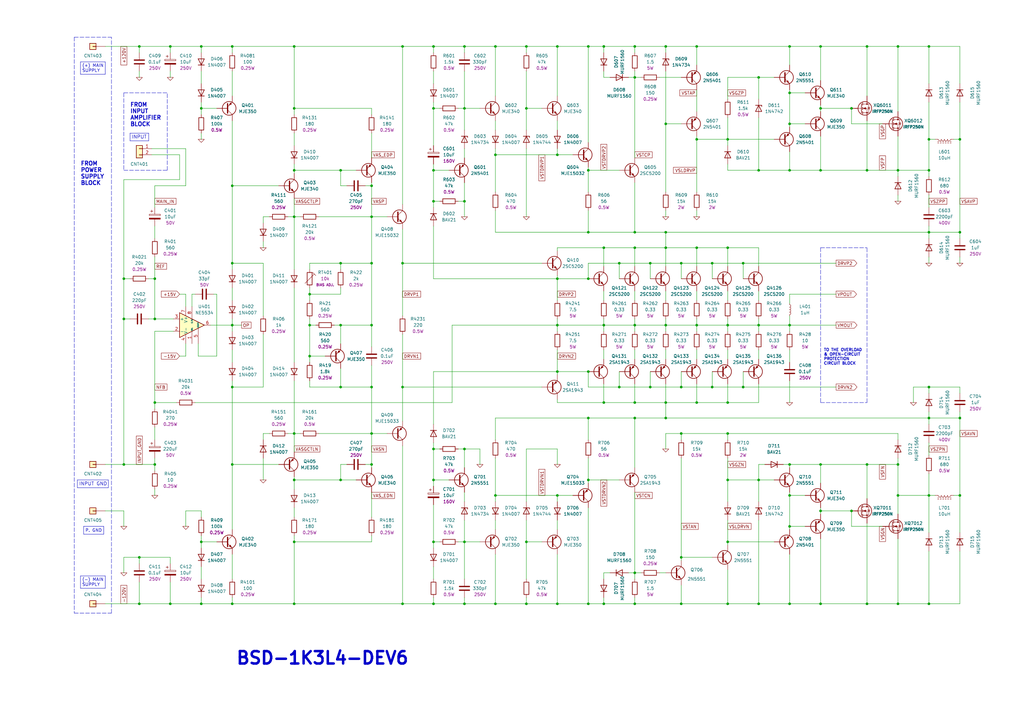
<source format=kicad_sch>
(kicad_sch (version 20211123) (generator eeschema)
  (paper "A3")
  (title_block (title "1300 WATTS RMS CLASS-TD\\nAUDIO POWER AMPLIFIER\\nFOR 4-OHMS LOUDSPEAKER") (date "2022-10-12") (company "BSD POWER AMP"))
  (junction (at 254 107.95))
  (junction (at 260.35 165.1))
  (junction (at 120.65 44.45))
  (junction (at 50.8 114.3))
  (junction (at 82.55 19.05))
  (junction (at 241.3 19.05))
  (junction (at 190.5 82.55))
  (junction (at 139.7 158.75))
  (junction (at 336.55 44.45))
  (junction (at 266.7 107.95))
  (junction (at 304.8 107.95))
  (junction (at 273.05 165.1))
  (junction (at 393.7 57.15))
  (junction (at 139.7 196.85))
  (junction (at 323.85 133.35))
  (junction (at 260.35 247.65))
  (junction (at 279.4 177.8))
  (junction (at 215.9 19.05))
  (junction (at 292.1 107.95))
  (junction (at 355.6 69.85))
  (junction (at 323.85 203.2))
  (junction (at 57.15 247.65))
  (junction (at 285.75 19.05))
  (junction (at 152.4 190.5))
  (junction (at 355.6 190.5))
  (junction (at 177.8 184.15))
  (junction (at 82.55 222.25))
  (junction (at 368.3 69.85))
  (junction (at 203.2 247.65))
  (junction (at 298.45 101.6))
  (junction (at 241.3 196.85))
  (junction (at 311.15 196.85))
  (junction (at 368.3 19.05))
  (junction (at 355.6 19.05))
  (junction (at 260.35 101.6))
  (junction (at 152.4 107.95))
  (junction (at 120.65 19.05))
  (junction (at 241.3 69.85))
  (junction (at 190.5 19.05))
  (junction (at 381 69.85))
  (junction (at 381 57.15))
  (junction (at 381 95.25))
  (junction (at 95.25 247.65))
  (junction (at 285.75 101.6))
  (junction (at 381 247.65))
  (junction (at 247.65 101.6))
  (junction (at 355.6 247.65))
  (junction (at 393.7 171.45))
  (junction (at 241.3 152.4))
  (junction (at 292.1 158.75))
  (junction (at 228.6 203.2))
  (junction (at 260.35 19.05))
  (junction (at 215.9 222.25))
  (junction (at 336.55 209.55))
  (junction (at 247.65 19.05))
  (junction (at 298.45 196.85))
  (junction (at 279.4 247.65))
  (junction (at 260.35 133.35))
  (junction (at 69.85 19.05))
  (junction (at 323.85 215.9))
  (junction (at 152.4 177.8))
  (junction (at 323.85 19.05))
  (junction (at 152.4 133.35))
  (junction (at 298.45 247.65))
  (junction (at 228.6 19.05))
  (junction (at 95.25 133.35))
  (junction (at 177.8 247.65))
  (junction (at 311.15 247.65))
  (junction (at 273.05 171.45))
  (junction (at 247.65 247.65))
  (junction (at 393.7 95.25))
  (junction (at 368.3 203.2))
  (junction (at 279.4 158.75))
  (junction (at 279.4 228.6))
  (junction (at 165.1 107.95))
  (junction (at 368.3 190.5))
  (junction (at 247.65 165.1))
  (junction (at 215.9 247.65))
  (junction (at 120.65 88.9))
  (junction (at 273.05 101.6))
  (junction (at 323.85 190.5))
  (junction (at 95.25 190.5))
  (junction (at 241.3 247.65))
  (junction (at 273.05 50.8))
  (junction (at 298.45 57.15))
  (junction (at 241.3 171.45))
  (junction (at 273.05 95.25))
  (junction (at 152.4 158.75))
  (junction (at 298.45 165.1))
  (junction (at 336.55 247.65))
  (junction (at 323.85 69.85))
  (junction (at 273.05 133.35))
  (junction (at 285.75 133.35))
  (junction (at 241.3 95.25))
  (junction (at 381 158.75))
  (junction (at 311.15 133.35))
  (junction (at 63.5 130.81))
  (junction (at 336.55 190.5))
  (junction (at 241.3 114.3))
  (junction (at 298.45 177.8))
  (junction (at 260.35 171.45))
  (junction (at 95.25 158.75))
  (junction (at 298.45 222.25))
  (junction (at 120.65 222.25))
  (junction (at 298.45 133.35))
  (junction (at 95.25 76.2))
  (junction (at 63.5 114.3))
  (junction (at 177.8 44.45))
  (junction (at 177.8 222.25))
  (junction (at 381 203.2))
  (junction (at 190.5 44.45))
  (junction (at 368.3 247.65))
  (junction (at 165.1 247.65))
  (junction (at 139.7 69.85))
  (junction (at 82.55 247.65))
  (junction (at 266.7 158.75))
  (junction (at 381 19.05))
  (junction (at 165.1 158.75))
  (junction (at 203.2 63.5))
  (junction (at 273.05 19.05))
  (junction (at 177.8 196.85))
  (junction (at 63.5 190.5))
  (junction (at 228.6 63.5))
  (junction (at 254 158.75))
  (junction (at 349.25 209.55))
  (junction (at 260.35 234.95))
  (junction (at 63.5 165.1))
  (junction (at 323.85 247.65))
  (junction (at 203.2 203.2))
  (junction (at 228.6 152.4))
  (junction (at 95.25 107.95))
  (junction (at 152.4 76.2))
  (junction (at 260.35 31.75))
  (junction (at 120.65 177.8))
  (junction (at 336.55 19.05))
  (junction (at 190.5 184.15))
  (junction (at 120.65 196.85))
  (junction (at 393.7 203.2))
  (junction (at 228.6 247.65))
  (junction (at 285.75 57.15))
  (junction (at 95.25 19.05))
  (junction (at 120.65 69.85))
  (junction (at 165.1 19.05))
  (junction (at 203.2 19.05))
  (junction (at 177.8 69.85))
  (junction (at 139.7 107.95))
  (junction (at 215.9 44.45))
  (junction (at 50.8 130.81))
  (junction (at 82.55 44.45))
  (junction (at 336.55 69.85))
  (junction (at 69.85 247.65))
  (junction (at 50.8 190.5))
  (junction (at 190.5 247.65))
  (junction (at 127 133.35))
  (junction (at 127 120.65))
  (junction (at 304.8 158.75))
  (junction (at 127 146.05))
  (junction (at 311.15 31.75))
  (junction (at 260.35 95.25))
  (junction (at 381 171.45))
  (junction (at 177.8 82.55))
  (junction (at 57.15 228.6))
  (junction (at 139.7 133.35))
  (junction (at 311.15 69.85))
  (junction (at 57.15 19.05))
  (junction (at 279.4 107.95))
  (junction (at 190.5 222.25))
  (junction (at 323.85 50.8))
  (junction (at 247.65 133.35))
  (junction (at 349.25 44.45))
  (junction (at 152.4 88.9))
  (junction (at 228.6 133.35))
  (junction (at 228.6 114.3))
  (junction (at 177.8 19.05))
  (junction (at 120.65 247.65))
  (junction (at 285.75 165.1))
  (junction (at 323.85 38.1))
  (wire (pts (xy 273.05 133.35) (xy 273.05 135.89)))
  (wire (pts (xy 130.81 88.9) (xy 152.4 88.9)))
  (polyline (pts (xy 336.55 101.6) (xy 336.55 165.1)) (stroke (width 0) (type dash)))
  (wire (pts (xy 127 120.65) (xy 139.7 120.65)))
  (wire (pts (xy 368.3 69.85) (xy 368.3 72.39)))
  (wire (pts (xy 260.35 171.45) (xy 260.35 191.77)))
  (wire (pts (xy 228.6 114.3) (xy 228.6 123.19)))
  (wire (pts (xy 273.05 19.05) (xy 273.05 21.59)))
  (wire (pts (xy 127 130.81) (xy 127 133.35)))
  (wire (pts (xy 177.8 41.91) (xy 177.8 44.45)))
  (wire (pts (xy 137.16 133.35) (xy 139.7 133.35)))
  (wire (pts (xy 73.66 146.05) (xy 76.2 146.05)))
  (wire (pts (xy 228.6 190.5) (xy 228.6 184.15)))
  (wire (pts (xy 247.65 119.38) (xy 247.65 123.19)))
  (wire (pts (xy 241.3 158.75) (xy 241.3 152.4)))
  (wire (pts (xy 336.55 55.88) (xy 336.55 69.85)))
  (wire (pts (xy 292.1 107.95) (xy 304.8 107.95)))
  (polyline (pts (xy 44.45 200.025) (xy 44.45 196.85)) (stroke (width 0) (type solid)))
  (wire (pts (xy 298.45 196.85) (xy 311.15 196.85)))
  (polyline (pts (xy 336.55 165.1) (xy 355.6 165.1)) (stroke (width 0) (type dash)))
  (wire (pts (xy 241.3 107.95) (xy 241.3 114.3)))
  (wire (pts (xy 190.5 44.45) (xy 190.5 53.34)))
  (wire (pts (xy 381 19.05) (xy 368.3 19.05)))
  (wire (pts (xy 228.6 143.51) (xy 228.6 152.4)))
  (wire (pts (xy 323.85 19.05) (xy 323.85 26.67)))
  (wire (pts (xy 368.3 203.2) (xy 381 203.2)))
  (wire (pts (xy 321.31 190.5) (xy 323.85 190.5)))
  (polyline (pts (xy 45.72 251.46) (xy 45.72 15.24)))
  (wire (pts (xy 279.4 187.96) (xy 279.4 228.6)))
  (polyline (pts (xy 34.29 219.075) (xy 42.545 219.075)) (stroke (width 0) (type solid)))
  (wire (pts (xy 298.45 57.15) (xy 317.5 57.15)))
  (wire (pts (xy 260.35 130.81) (xy 260.35 133.35)))
  (wire (pts (xy 298.45 133.35) (xy 298.45 135.89)))
  (polyline (pts (xy 33.02 241.3) (xy 43.18 241.3)) (stroke (width 0) (type solid)))
  (wire (pts (xy 139.7 196.85) (xy 146.05 196.85)))
  (wire (pts (xy 323.85 215.9) (xy 323.85 217.17)))
  (wire (pts (xy 203.2 49.53) (xy 203.2 53.34)))
  (wire (pts (xy 95.25 19.05) (xy 82.55 19.05)))
  (wire (pts (xy 381 92.71) (xy 381 95.25)))
  (wire (pts (xy 107.95 137.16) (xy 107.95 158.75)))
  (wire (pts (xy 228.6 227.33) (xy 228.6 247.65)))
  (wire (pts (xy 228.6 114.3) (xy 241.3 114.3)))
  (wire (pts (xy 63.5 135.89) (xy 71.12 135.89)))
  (wire (pts (xy 82.55 29.21) (xy 82.55 34.29)))
  (wire (pts (xy 336.55 209.55) (xy 336.55 210.82)))
  (wire (pts (xy 311.15 196.85) (xy 311.15 205.74)))
  (wire (pts (xy 266.7 107.95) (xy 266.7 114.3)))
  (wire (pts (xy 185.42 133.35) (xy 228.6 133.35)))
  (wire (pts (xy 149.86 190.5) (xy 152.4 190.5)))
  (wire (pts (xy 323.85 50.8) (xy 323.85 52.07)))
  (wire (pts (xy 88.9 222.25) (xy 82.55 222.25)))
  (wire (pts (xy 381 105.41) (xy 381 107.95)))
  (wire (pts (xy 203.2 63.5) (xy 203.2 78.74)))
  (wire (pts (xy 311.15 133.35) (xy 323.85 133.35)))
  (wire (pts (xy 279.4 158.75) (xy 292.1 158.75)))
  (wire (pts (xy 152.4 88.9) (xy 158.75 88.9)))
  (wire (pts (xy 177.8 29.21) (xy 177.8 34.29)))
  (wire (pts (xy 228.6 247.65) (xy 241.3 247.65)))
  (wire (pts (xy 50.8 234.95) (xy 50.8 228.6)))
  (wire (pts (xy 323.85 62.23) (xy 323.85 69.85)))
  (wire (pts (xy 228.6 203.2) (xy 234.95 203.2)))
  (wire (pts (xy 127 146.05) (xy 133.35 146.05)))
  (wire (pts (xy 139.7 107.95) (xy 152.4 107.95)))
  (wire (pts (xy 298.45 69.85) (xy 298.45 67.31)))
  (wire (pts (xy 368.3 80.01) (xy 368.3 82.55)))
  (wire (pts (xy 82.55 222.25) (xy 82.55 224.79)))
  (wire (pts (xy 381 72.39) (xy 381 69.85)))
  (polyline (pts (xy 33.02 236.22) (xy 43.18 236.22)) (stroke (width 0) (type solid)))
  (wire (pts (xy 165.1 182.88) (xy 165.1 247.65)))
  (wire (pts (xy 120.65 156.21) (xy 120.65 177.8)))
  (wire (pts (xy 120.65 19.05) (xy 165.1 19.05)))
  (wire (pts (xy 82.55 44.45) (xy 82.55 46.99)))
  (wire (pts (xy 177.8 69.85) (xy 177.8 82.55)))
  (wire (pts (xy 215.9 222.25) (xy 215.9 237.49)))
  (wire (pts (xy 311.15 190.5) (xy 311.15 196.85)))
  (wire (pts (xy 323.85 120.65) (xy 342.9 120.65)))
  (wire (pts (xy 120.65 69.85) (xy 139.7 69.85)))
  (wire (pts (xy 120.65 88.9) (xy 120.65 110.49)))
  (wire (pts (xy 95.25 227.33) (xy 95.25 237.49)))
  (wire (pts (xy 260.35 101.6) (xy 260.35 109.22)))
  (wire (pts (xy 311.15 69.85) (xy 323.85 69.85)))
  (wire (pts (xy 177.8 247.65) (xy 190.5 247.65)))
  (wire (pts (xy 311.15 48.26) (xy 311.15 69.85)))
  (wire (pts (xy 323.85 129.54) (xy 323.85 133.35)))
  (wire (pts (xy 393.7 95.25) (xy 393.7 97.79)))
  (wire (pts (xy 215.9 44.45) (xy 215.9 53.34)))
  (wire (pts (xy 336.55 43.18) (xy 336.55 44.45)))
  (wire (pts (xy 273.05 50.8) (xy 273.05 78.74)))
  (wire (pts (xy 203.2 95.25) (xy 241.3 95.25)))
  (wire (pts (xy 298.45 177.8) (xy 298.45 180.34)))
  (wire (pts (xy 107.95 107.95) (xy 95.25 107.95)))
  (wire (pts (xy 336.55 209.55) (xy 349.25 209.55)))
  (wire (pts (xy 95.25 29.21) (xy 95.25 39.37)))
  (wire (pts (xy 279.4 107.95) (xy 292.1 107.95)))
  (wire (pts (xy 203.2 180.34) (xy 203.2 171.45)))
  (wire (pts (xy 95.25 190.5) (xy 114.3 190.5)))
  (wire (pts (xy 177.8 44.45) (xy 177.8 59.69)))
  (wire (pts (xy 63.5 187.96) (xy 63.5 190.5)))
  (polyline (pts (xy 50.8 69.85) (xy 68.58 69.85)))
  (wire (pts (xy 120.65 118.11) (xy 120.65 148.59)))
  (wire (pts (xy 285.75 19.05) (xy 285.75 26.67)))
  (wire (pts (xy 107.95 177.8) (xy 110.49 177.8)))
  (wire (pts (xy 127 118.11) (xy 127 120.65)))
  (wire (pts (xy 381 19.05) (xy 381 34.29)))
  (wire (pts (xy 215.9 213.36) (xy 215.9 222.25)))
  (wire (pts (xy 95.25 245.11) (xy 95.25 247.65)))
  (wire (pts (xy 69.85 228.6) (xy 69.85 231.14)))
  (wire (pts (xy 311.15 119.38) (xy 311.15 123.19)))
  (wire (pts (xy 311.15 143.51) (xy 311.15 147.32)))
  (wire (pts (xy 381 158.75) (xy 381 161.29)))
  (polyline (pts (xy 42.545 219.075) (xy 42.545 215.9)) (stroke (width 0) (type solid)))
  (wire (pts (xy 381 203.2) (xy 381 218.44)))
  (wire (pts (xy 142.24 190.5) (xy 139.7 190.5)))
  (wire (pts (xy 203.2 86.36) (xy 203.2 95.25)))
  (wire (pts (xy 304.8 158.75) (xy 304.8 152.4)))
  (wire (pts (xy 63.5 130.81) (xy 71.12 130.81)))
  (wire (pts (xy 228.6 113.03) (xy 228.6 114.3)))
  (wire (pts (xy 190.5 213.36) (xy 190.5 222.25)))
  (polyline (pts (xy 53.34 57.785) (xy 60.96 57.785)) (stroke (width 0) (type solid)))
  (wire (pts (xy 177.8 82.55) (xy 177.8 85.09)))
  (wire (pts (xy 292.1 158.75) (xy 292.1 152.4)))
  (wire (pts (xy 323.85 36.83) (xy 323.85 38.1)))
  (wire (pts (xy 298.45 48.26) (xy 298.45 57.15)))
  (wire (pts (xy 298.45 213.36) (xy 298.45 222.25)))
  (wire (pts (xy 76.2 215.9) (xy 76.2 209.55)))
  (wire (pts (xy 260.35 95.25) (xy 273.05 95.25)))
  (wire (pts (xy 349.25 215.9) (xy 349.25 209.55)))
  (wire (pts (xy 285.75 133.35) (xy 273.05 133.35)))
  (wire (pts (xy 177.8 44.45) (xy 180.34 44.45)))
  (wire (pts (xy 355.6 49.53) (xy 355.6 69.85)))
  (wire (pts (xy 323.85 215.9) (xy 330.2 215.9)))
  (wire (pts (xy 86.36 133.35) (xy 95.25 133.35)))
  (wire (pts (xy 273.05 157.48) (xy 273.05 165.1)))
  (wire (pts (xy 368.3 177.8) (xy 368.3 180.34)))
  (wire (pts (xy 203.2 19.05) (xy 215.9 19.05)))
  (wire (pts (xy 257.81 31.75) (xy 260.35 31.75)))
  (wire (pts (xy 368.3 55.88) (xy 368.3 69.85)))
  (polyline (pts (xy 336.55 101.6) (xy 355.6 101.6)) (stroke (width 0) (type dash)))
  (wire (pts (xy 323.85 156.21) (xy 323.85 165.1)))
  (wire (pts (xy 215.9 29.21) (xy 215.9 44.45)))
  (wire (pts (xy 73.66 63.5) (xy 73.66 73.66)))
  (wire (pts (xy 247.65 165.1) (xy 260.35 165.1)))
  (wire (pts (xy 260.35 143.51) (xy 260.35 147.32)))
  (wire (pts (xy 120.65 44.45) (xy 120.65 46.99)))
  (wire (pts (xy 260.35 74.93) (xy 260.35 95.25)))
  (wire (pts (xy 336.55 19.05) (xy 336.55 33.02)))
  (wire (pts (xy 107.95 88.9) (xy 107.95 91.44)))
  (wire (pts (xy 82.55 232.41) (xy 82.55 237.49)))
  (wire (pts (xy 187.96 82.55) (xy 190.5 82.55)))
  (wire (pts (xy 63.5 165.1) (xy 72.39 165.1)))
  (wire (pts (xy 285.75 130.81) (xy 285.75 133.35)))
  (polyline (pts (xy 33.02 25.4) (xy 33.02 30.48)) (stroke (width 0) (type solid)))
  (wire (pts (xy 323.85 203.2) (xy 323.85 215.9)))
  (wire (pts (xy 311.15 101.6) (xy 311.15 109.22)))
  (wire (pts (xy 266.7 107.95) (xy 279.4 107.95)))
  (wire (pts (xy 139.7 151.13) (xy 139.7 158.75)))
  (wire (pts (xy 228.6 130.81) (xy 228.6 133.35)))
  (wire (pts (xy 228.6 133.35) (xy 228.6 135.89)))
  (wire (pts (xy 152.4 177.8) (xy 152.4 190.5)))
  (wire (pts (xy 336.55 208.28) (xy 336.55 209.55)))
  (wire (pts (xy 317.5 31.75) (xy 311.15 31.75)))
  (wire (pts (xy 228.6 213.36) (xy 228.6 217.17)))
  (wire (pts (xy 228.6 60.96) (xy 228.6 63.5)))
  (wire (pts (xy 228.6 152.4) (xy 241.3 152.4)))
  (wire (pts (xy 177.8 114.3) (xy 228.6 114.3)))
  (wire (pts (xy 177.8 173.99) (xy 177.8 152.4)))
  (wire (pts (xy 393.7 247.65) (xy 381 247.65)))
  (wire (pts (xy 78.74 120.65) (xy 80.01 120.65)))
  (wire (pts (xy 298.45 59.69) (xy 298.45 57.15)))
  (wire (pts (xy 190.5 222.25) (xy 196.85 222.25)))
  (wire (pts (xy 139.7 133.35) (xy 152.4 133.35)))
  (wire (pts (xy 87.63 120.65) (xy 88.9 120.65)))
  (wire (pts (xy 393.7 41.91) (xy 393.7 57.15)))
  (wire (pts (xy 62.23 63.5) (xy 73.66 63.5)))
  (wire (pts (xy 298.45 101.6) (xy 298.45 109.22)))
  (wire (pts (xy 279.4 247.65) (xy 298.45 247.65)))
  (wire (pts (xy 260.35 19.05) (xy 260.35 21.59)))
  (wire (pts (xy 228.6 184.15) (xy 215.9 184.15)))
  (wire (pts (xy 120.65 196.85) (xy 139.7 196.85)))
  (wire (pts (xy 165.1 158.75) (xy 165.1 172.72)))
  (wire (pts (xy 177.8 181.61) (xy 177.8 184.15)))
  (wire (pts (xy 152.4 107.95) (xy 152.4 133.35)))
  (wire (pts (xy 393.7 203.2) (xy 393.7 218.44)))
  (wire (pts (xy 95.25 107.95) (xy 95.25 110.49)))
  (wire (pts (xy 57.15 19.05) (xy 69.85 19.05)))
  (wire (pts (xy 393.7 226.06) (xy 393.7 247.65)))
  (wire (pts (xy 381 173.99) (xy 381 171.45)))
  (wire (pts (xy 381 194.31) (xy 381 203.2)))
  (wire (pts (xy 130.81 177.8) (xy 152.4 177.8)))
  (wire (pts (xy 190.5 184.15) (xy 190.5 191.77)))
  (polyline (pts (xy 30.48 15.24) (xy 30.48 251.46)))
  (polyline (pts (xy 43.18 30.48) (xy 43.18 25.4)) (stroke (width 0) (type solid)))
  (wire (pts (xy 273.05 19.05) (xy 285.75 19.05)))
  (wire (pts (xy 241.3 158.75) (xy 254 158.75)))
  (polyline (pts (xy 50.8 38.1) (xy 68.58 38.1)))
  (wire (pts (xy 190.5 201.93) (xy 190.5 205.74)))
  (wire (pts (xy 57.15 247.65) (xy 69.85 247.65)))
  (wire (pts (xy 247.65 143.51) (xy 247.65 147.32)))
  (wire (pts (xy 187.96 184.15) (xy 190.5 184.15)))
  (wire (pts (xy 82.55 44.45) (xy 88.9 44.45)))
  (wire (pts (xy 203.2 203.2) (xy 203.2 205.74)))
  (wire (pts (xy 247.65 234.95) (xy 247.65 237.49)))
  (wire (pts (xy 361.95 215.9) (xy 349.25 215.9)))
  (wire (pts (xy 273.05 165.1) (xy 273.05 171.45)))
  (wire (pts (xy 273.05 95.25) (xy 381 95.25)))
  (wire (pts (xy 298.45 187.96) (xy 298.45 196.85)))
  (wire (pts (xy 120.65 222.25) (xy 120.65 247.65)))
  (wire (pts (xy 298.45 222.25) (xy 317.5 222.25)))
  (polyline (pts (xy 33.02 236.22) (xy 33.02 241.3)) (stroke (width 0) (type solid)))
  (wire (pts (xy 323.85 120.65) (xy 323.85 124.46)))
  (wire (pts (xy 63.5 76.2) (xy 76.2 76.2)))
  (wire (pts (xy 355.6 214.63) (xy 355.6 247.65)))
  (wire (pts (xy 273.05 29.21) (xy 273.05 50.8)))
  (wire (pts (xy 311.15 130.81) (xy 311.15 133.35)))
  (wire (pts (xy 260.35 29.21) (xy 260.35 31.75)))
  (wire (pts (xy 311.15 213.36) (xy 311.15 247.65)))
  (wire (pts (xy 323.85 69.85) (xy 336.55 69.85)))
  (wire (pts (xy 69.85 247.65) (xy 82.55 247.65)))
  (wire (pts (xy 82.55 209.55) (xy 82.55 212.09)))
  (wire (pts (xy 95.25 130.81) (xy 95.25 133.35)))
  (wire (pts (xy 273.05 143.51) (xy 273.05 147.32)))
  (wire (pts (xy 203.2 171.45) (xy 241.3 171.45)))
  (polyline (pts (xy 30.48 15.24) (xy 45.72 15.24)))
  (wire (pts (xy 323.85 133.35) (xy 342.9 133.35)))
  (wire (pts (xy 120.65 247.65) (xy 165.1 247.65)))
  (wire (pts (xy 228.6 19.05) (xy 241.3 19.05)))
  (polyline (pts (xy 33.02 25.4) (xy 43.18 25.4)) (stroke (width 0) (type solid)))
  (wire (pts (xy 76.2 76.2) (xy 76.2 60.96)))
  (wire (pts (xy 285.75 143.51) (xy 285.75 147.32)))
  (wire (pts (xy 177.8 184.15) (xy 177.8 196.85)))
  (wire (pts (xy 257.81 234.95) (xy 260.35 234.95)))
  (wire (pts (xy 273.05 130.81) (xy 273.05 133.35)))
  (wire (pts (xy 260.35 234.95) (xy 262.89 234.95)))
  (wire (pts (xy 336.55 190.5) (xy 355.6 190.5)))
  (wire (pts (xy 393.7 105.41) (xy 393.7 107.95)))
  (wire (pts (xy 311.15 31.75) (xy 311.15 40.64)))
  (wire (pts (xy 177.8 19.05) (xy 177.8 21.59)))
  (wire (pts (xy 260.35 31.75) (xy 260.35 64.77)))
  (wire (pts (xy 323.85 38.1) (xy 323.85 50.8)))
  (wire (pts (xy 190.5 222.25) (xy 190.5 237.49)))
  (wire (pts (xy 215.9 222.25) (xy 222.25 222.25)))
  (wire (pts (xy 273.05 101.6) (xy 273.05 109.22)))
  (wire (pts (xy 190.5 44.45) (xy 196.85 44.45)))
  (wire (pts (xy 285.75 133.35) (xy 285.75 135.89)))
  (wire (pts (xy 279.4 229.87) (xy 279.4 228.6)))
  (wire (pts (xy 355.6 190.5) (xy 368.3 190.5)))
  (wire (pts (xy 368.3 187.96) (xy 368.3 190.5)))
  (wire (pts (xy 260.35 19.05) (xy 273.05 19.05)))
  (wire (pts (xy 355.6 19.05) (xy 355.6 39.37)))
  (wire (pts (xy 63.5 175.26) (xy 63.5 180.34)))
  (wire (pts (xy 190.5 245.11) (xy 190.5 247.65)))
  (wire (pts (xy 228.6 49.53) (xy 228.6 53.34)))
  (wire (pts (xy 139.7 107.95) (xy 139.7 110.49)))
  (polyline (pts (xy 53.34 54.61) (xy 60.96 54.61)) (stroke (width 0) (type solid)))
  (wire (pts (xy 139.7 158.75) (xy 152.4 158.75)))
  (wire (pts (xy 177.8 69.85) (xy 184.15 69.85)))
  (wire (pts (xy 228.6 19.05) (xy 228.6 39.37)))
  (wire (pts (xy 311.15 247.65) (xy 323.85 247.65)))
  (wire (pts (xy 152.4 76.2) (xy 152.4 88.9)))
  (wire (pts (xy 215.9 245.11) (xy 215.9 247.65)))
  (wire (pts (xy 152.4 219.71) (xy 152.4 222.25)))
  (wire (pts (xy 60.96 114.3) (xy 63.5 114.3)))
  (wire (pts (xy 203.2 63.5) (xy 228.6 63.5)))
  (wire (pts (xy 323.85 191.77) (xy 323.85 190.5)))
  (wire (pts (xy 304.8 158.75) (xy 342.9 158.75)))
  (wire (pts (xy 260.35 157.48) (xy 260.35 165.1)))
  (wire (pts (xy 63.5 105.41) (xy 63.5 114.3)))
  (wire (pts (xy 336.55 190.5) (xy 336.55 198.12)))
  (wire (pts (xy 279.4 177.8) (xy 298.45 177.8)))
  (wire (pts (xy 241.3 69.85) (xy 241.3 78.74)))
  (polyline (pts (xy 34.29 215.9) (xy 42.545 215.9)) (stroke (width 0) (type solid)))
  (wire (pts (xy 152.4 201.93) (xy 152.4 212.09)))
  (wire (pts (xy 215.9 184.15) (xy 215.9 205.74)))
  (wire (pts (xy 81.28 146.05) (xy 81.28 140.97)))
  (wire (pts (xy 241.3 19.05) (xy 247.65 19.05)))
  (wire (pts (xy 298.45 130.81) (xy 298.45 133.35)))
  (wire (pts (xy 298.45 233.68) (xy 298.45 247.65)))
  (wire (pts (xy 260.35 133.35) (xy 247.65 133.35)))
  (wire (pts (xy 215.9 60.96) (xy 215.9 88.9)))
  (wire (pts (xy 165.1 107.95) (xy 165.1 129.54)))
  (wire (pts (xy 50.8 114.3) (xy 50.8 130.81)))
  (wire (pts (xy 196.85 190.5) (xy 196.85 184.15)))
  (wire (pts (xy 311.15 196.85) (xy 317.5 196.85)))
  (wire (pts (xy 177.8 19.05) (xy 190.5 19.05)))
  (wire (pts (xy 177.8 222.25) (xy 180.34 222.25)))
  (wire (pts (xy 203.2 187.96) (xy 203.2 203.2)))
  (wire (pts (xy 323.85 143.51) (xy 323.85 148.59)))
  (wire (pts (xy 250.19 31.75) (xy 247.65 31.75)))
  (wire (pts (xy 279.4 158.75) (xy 279.4 152.4)))
  (wire (pts (xy 285.75 119.38) (xy 285.75 123.19)))
  (wire (pts (xy 247.65 157.48) (xy 247.65 165.1)))
  (wire (pts (xy 273.05 119.38) (xy 273.05 123.19)))
  (wire (pts (xy 323.85 50.8) (xy 330.2 50.8)))
  (wire (pts (xy 152.4 158.75) (xy 152.4 149.86)))
  (wire (pts (xy 120.65 19.05) (xy 95.25 19.05)))
  (wire (pts (xy 298.45 247.65) (xy 311.15 247.65)))
  (wire (pts (xy 241.3 171.45) (xy 260.35 171.45)))
  (wire (pts (xy 298.45 119.38) (xy 298.45 123.19)))
  (wire (pts (xy 120.65 19.05) (xy 120.65 44.45)))
  (wire (pts (xy 247.65 247.65) (xy 260.35 247.65)))
  (wire (pts (xy 95.25 76.2) (xy 114.3 76.2)))
  (wire (pts (xy 323.85 227.33) (xy 323.85 247.65)))
  (wire (pts (xy 82.55 219.71) (xy 82.55 222.25)))
  (wire (pts (xy 247.65 130.81) (xy 247.65 133.35)))
  (wire (pts (xy 241.3 68.58) (xy 241.3 69.85)))
  (wire (pts (xy 270.51 234.95) (xy 273.05 234.95)))
  (wire (pts (xy 313.69 190.5) (xy 311.15 190.5)))
  (wire (pts (xy 118.11 88.9) (xy 120.65 88.9)))
  (polyline (pts (xy 355.6 165.1) (xy 355.6 101.6)) (stroke (width 0) (type dash)))
  (wire (pts (xy 95.25 118.11) (xy 95.25 123.19)))
  (wire (pts (xy 279.4 50.8) (xy 273.05 50.8)))
  (wire (pts (xy 50.8 130.81) (xy 50.8 190.5)))
  (wire (pts (xy 355.6 247.65) (xy 368.3 247.65)))
  (wire (pts (xy 285.75 36.83) (xy 285.75 45.72)))
  (wire (pts (xy 285.75 133.35) (xy 298.45 133.35)))
  (wire (pts (xy 63.5 76.2) (xy 63.5 85.09)))
  (wire (pts (xy 82.55 19.05) (xy 69.85 19.05)))
  (wire (pts (xy 381 171.45) (xy 393.7 171.45)))
  (wire (pts (xy 247.65 19.05) (xy 247.65 21.59)))
  (wire (pts (xy 190.5 29.21) (xy 190.5 44.45)))
  (polyline (pts (xy 43.18 241.3) (xy 43.18 236.22)) (stroke (width 0) (type solid)))
  (wire (pts (xy 152.4 222.25) (xy 120.65 222.25)))
  (wire (pts (xy 177.8 184.15) (xy 180.34 184.15)))
  (wire (pts (xy 285.75 57.15) (xy 285.75 78.74)))
  (wire (pts (xy 247.65 101.6) (xy 247.65 109.22)))
  (wire (pts (xy 107.95 99.06) (xy 107.95 101.6)))
  (wire (pts (xy 368.3 247.65) (xy 381 247.65)))
  (wire (pts (xy 298.45 31.75) (xy 298.45 40.64)))
  (wire (pts (xy 298.45 101.6) (xy 311.15 101.6)))
  (wire (pts (xy 228.6 133.35) (xy 247.65 133.35)))
  (wire (pts (xy 393.7 171.45) (xy 393.7 203.2)))
  (wire (pts (xy 222.25 44.45) (xy 215.9 44.45)))
  (wire (pts (xy 304.8 107.95) (xy 342.9 107.95)))
  (wire (pts (xy 120.65 69.85) (xy 120.65 71.12)))
  (polyline (pts (xy 31.75 196.85) (xy 31.75 200.025)) (stroke (width 0) (type solid)))
  (wire (pts (xy 311.15 133.35) (xy 311.15 135.89)))
  (wire (pts (xy 203.2 19.05) (xy 203.2 39.37)))
  (wire (pts (xy 336.55 247.65) (xy 355.6 247.65)))
  (wire (pts (xy 241.3 69.85) (xy 254 69.85)))
  (wire (pts (xy 177.8 196.85) (xy 184.15 196.85)))
  (wire (pts (xy 107.95 129.54) (xy 107.95 107.95)))
  (wire (pts (xy 76.2 60.96) (xy 62.23 60.96)))
  (wire (pts (xy 63.5 200.66) (xy 63.5 203.2)))
  (wire (pts (xy 298.45 69.85) (xy 311.15 69.85)))
  (wire (pts (xy 228.6 101.6) (xy 228.6 102.87)))
  (wire (pts (xy 76.2 146.05) (xy 76.2 140.97)))
  (wire (pts (xy 63.5 165.1) (xy 63.5 135.89)))
  (wire (pts (xy 241.3 196.85) (xy 254 196.85)))
  (wire (pts (xy 298.45 196.85) (xy 298.45 205.74)))
  (wire (pts (xy 73.66 73.66) (xy 50.8 73.66)))
  (wire (pts (xy 82.55 41.91) (xy 82.55 44.45)))
  (wire (pts (xy 260.35 247.65) (xy 279.4 247.65)))
  (wire (pts (xy 292.1 158.75) (xy 304.8 158.75)))
  (wire (pts (xy 120.65 222.25) (xy 120.65 219.71)))
  (wire (pts (xy 368.3 19.05) (xy 368.3 45.72)))
  (wire (pts (xy 177.8 207.01) (xy 177.8 222.25)))
  (wire (pts (xy 279.4 177.8) (xy 279.4 180.34)))
  (wire (pts (xy 273.05 133.35) (xy 260.35 133.35)))
  (wire (pts (xy 95.25 156.21) (xy 95.25 158.75)))
  (wire (pts (xy 228.6 165.1) (xy 247.65 165.1)))
  (wire (pts (xy 78.74 125.73) (xy 78.74 120.65)))
  (wire (pts (xy 63.5 165.1) (xy 63.5 167.64)))
  (wire (pts (xy 273.05 171.45) (xy 381 171.45)))
  (wire (pts (xy 260.35 171.45) (xy 273.05 171.45)))
  (wire (pts (xy 368.3 190.5) (xy 368.3 203.2)))
  (wire (pts (xy 152.4 88.9) (xy 152.4 107.95)))
  (wire (pts (xy 273.05 95.25) (xy 273.05 101.6)))
  (wire (pts (xy 241.3 247.65) (xy 247.65 247.65)))
  (wire (pts (xy 273.05 101.6) (xy 260.35 101.6)))
  (wire (pts (xy 330.2 203.2) (xy 323.85 203.2)))
  (wire (pts (xy 260.35 133.35) (xy 260.35 135.89)))
  (polyline (pts (xy 33.02 30.48) (xy 43.18 30.48)) (stroke (width 0) (type solid)))
  (wire (pts (xy 95.25 143.51) (xy 95.25 148.59)))
  (wire (pts (xy 391.16 57.15) (xy 393.7 57.15)))
  (wire (pts (xy 177.8 232.41) (xy 177.8 237.49)))
  (wire (pts (xy 57.15 228.6) (xy 69.85 228.6)))
  (wire (pts (xy 336.55 44.45) (xy 349.25 44.45)))
  (wire (pts (xy 107.95 196.85) (xy 107.95 187.96)))
  (wire (pts (xy 273.05 184.15) (xy 273.05 177.8)))
  (wire (pts (xy 82.55 245.11) (xy 82.55 247.65)))
  (wire (pts (xy 285.75 101.6) (xy 285.75 109.22)))
  (wire (pts (xy 323.85 247.65) (xy 336.55 247.65)))
  (wire (pts (xy 368.3 203.2) (xy 368.3 210.82)))
  (wire (pts (xy 177.8 245.11) (xy 177.8 247.65)))
  (wire (pts (xy 393.7 57.15) (xy 393.7 95.25)))
  (wire (pts (xy 118.11 177.8) (xy 120.65 177.8)))
  (wire (pts (xy 69.85 29.21) (xy 69.85 31.75)))
  (wire (pts (xy 381 80.01) (xy 381 85.09)))
  (wire (pts (xy 152.4 44.45) (xy 120.65 44.45)))
  (wire (pts (xy 88.9 146.05) (xy 81.28 146.05)))
  (wire (pts (xy 355.6 69.85) (xy 368.3 69.85)))
  (wire (pts (xy 120.65 88.9) (xy 123.19 88.9)))
  (wire (pts (xy 127 156.21) (xy 127 158.75)))
  (wire (pts (xy 203.2 203.2) (xy 228.6 203.2)))
  (wire (pts (xy 254 158.75) (xy 266.7 158.75)))
  (wire (pts (xy 177.8 67.31) (xy 177.8 69.85)))
  (wire (pts (xy 203.2 213.36) (xy 203.2 217.17)))
  (wire (pts (xy 60.96 130.81) (xy 63.5 130.81)))
  (wire (pts (xy 127 107.95) (xy 139.7 107.95)))
  (wire (pts (xy 285.75 165.1) (xy 298.45 165.1)))
  (wire (pts (xy 228.6 101.6) (xy 247.65 101.6)))
  (wire (pts (xy 381 57.15) (xy 383.54 57.15)))
  (wire (pts (xy 95.25 49.53) (xy 95.25 76.2)))
  (wire (pts (xy 215.9 19.05) (xy 228.6 19.05)))
  (wire (pts (xy 88.9 120.65) (xy 88.9 146.05)))
  (wire (pts (xy 120.65 208.28) (xy 120.65 212.09)))
  (wire (pts (xy 368.3 69.85) (xy 381 69.85)))
  (wire (pts (xy 298.45 157.48) (xy 298.45 165.1)))
  (wire (pts (xy 107.95 158.75) (xy 95.25 158.75)))
  (wire (pts (xy 73.66 120.65) (xy 76.2 120.65)))
  (wire (pts (xy 95.25 158.75) (xy 95.25 190.5)))
  (wire (pts (xy 50.8 130.81) (xy 53.34 130.81)))
  (wire (pts (xy 57.15 19.05) (xy 57.15 21.59)))
  (wire (pts (xy 50.8 73.66) (xy 50.8 114.3)))
  (wire (pts (xy 50.8 190.5) (xy 63.5 190.5)))
  (wire (pts (xy 292.1 107.95) (xy 292.1 114.3)))
  (wire (pts (xy 165.1 107.95) (xy 222.25 107.95)))
  (wire (pts (xy 228.6 63.5) (xy 234.95 63.5)))
  (wire (pts (xy 120.65 177.8) (xy 120.65 185.42)))
  (wire (pts (xy 266.7 158.75) (xy 279.4 158.75)))
  (wire (pts (xy 190.5 74.93) (xy 190.5 82.55)))
  (wire (pts (xy 323.85 38.1) (xy 330.2 38.1)))
  (wire (pts (xy 139.7 190.5) (xy 139.7 196.85)))
  (wire (pts (xy 323.85 19.05) (xy 336.55 19.05)))
  (wire (pts (xy 43.18 190.5) (xy 50.8 190.5)))
  (wire (pts (xy 241.3 187.96) (xy 241.3 196.85)))
  (wire (pts (xy 190.5 247.65) (xy 203.2 247.65)))
  (wire (pts (xy 273.05 165.1) (xy 260.35 165.1)))
  (wire (pts (xy 76.2 120.65) (xy 76.2 125.73)))
  (wire (pts (xy 381 186.69) (xy 381 181.61)))
  (wire (pts (xy 393.7 158.75) (xy 393.7 161.29)))
  (wire (pts (xy 323.85 203.2) (xy 323.85 201.93)))
  (wire (pts (xy 260.35 31.75) (xy 262.89 31.75)))
  (wire (pts (xy 43.18 247.65) (xy 57.15 247.65)))
  (wire (pts (xy 107.95 180.34) (xy 107.95 177.8)))
  (wire (pts (xy 273.05 177.8) (xy 279.4 177.8)))
  (wire (pts (xy 165.1 158.75) (xy 222.25 158.75)))
  (wire (pts (xy 393.7 19.05) (xy 381 19.05)))
  (wire (pts (xy 381 158.75) (xy 393.7 158.75)))
  (wire (pts (xy 241.3 95.25) (xy 260.35 95.25)))
  (wire (pts (xy 127 133.35) (xy 127 146.05)))
  (wire (pts (xy 228.6 152.4) (xy 228.6 153.67)))
  (wire (pts (xy 203.2 247.65) (xy 215.9 247.65)))
  (wire (pts (xy 120.65 177.8) (xy 123.19 177.8)))
  (wire (pts (xy 241.3 86.36) (xy 241.3 95.25)))
  (wire (pts (xy 177.8 196.85) (xy 177.8 199.39)))
  (wire (pts (xy 57.15 29.21) (xy 57.15 31.75)))
  (wire (pts (xy 82.55 19.05) (xy 82.55 21.59)))
  (wire (pts (xy 279.4 240.03) (xy 279.4 247.65)))
  (polyline (pts (xy 68.58 69.85) (xy 68.58 38.1)))
  (wire (pts (xy 107.95 88.9) (xy 110.49 88.9)))
  (wire (pts (xy 165.1 93.98) (xy 165.1 107.95)))
  (wire (pts (xy 190.5 19.05) (xy 190.5 21.59)))
  (polyline (pts (xy 31.75 200.025) (xy 44.45 200.025)) (stroke (width 0) (type solid)))
  (wire (pts (xy 95.25 190.5) (xy 95.25 217.17)))
  (wire (pts (xy 298.45 222.25) (xy 298.45 223.52)))
  (wire (pts (xy 63.5 130.81) (xy 63.5 114.3)))
  (wire (pts (xy 285.75 101.6) (xy 298.45 101.6)))
  (wire (pts (xy 298.45 133.35) (xy 311.15 133.35)))
  (wire (pts (xy 139.7 76.2) (xy 142.24 76.2)))
  (wire (pts (xy 393.7 168.91) (xy 393.7 171.45)))
  (wire (pts (xy 393.7 19.05) (xy 393.7 34.29)))
  (wire (pts (xy 196.85 184.15) (xy 190.5 184.15)))
  (wire (pts (xy 165.1 19.05) (xy 165.1 83.82)))
  (wire (pts (xy 127 133.35) (xy 129.54 133.35)))
  (wire (pts (xy 311.15 157.48) (xy 311.15 165.1)))
  (wire (pts (xy 250.19 234.95) (xy 247.65 234.95)))
  (wire (pts (xy 254 107.95) (xy 266.7 107.95)))
  (wire (pts (xy 120.65 67.31) (xy 120.65 69.85)))
  (polyline (pts (xy 50.8 38.1) (xy 50.8 69.85)))
  (wire (pts (xy 381 203.2) (xy 383.54 203.2)))
  (wire (pts (xy 247.65 245.11) (xy 247.65 247.65)))
  (wire (pts (xy 254 107.95) (xy 254 114.3)))
  (wire (pts (xy 190.5 60.96) (xy 190.5 64.77)))
  (wire (pts (xy 374.65 158.75) (xy 381 158.75)))
  (wire (pts (xy 95.25 247.65) (xy 120.65 247.65)))
  (wire (pts (xy 152.4 46.99) (xy 152.4 44.45)))
  (wire (pts (xy 139.7 69.85) (xy 146.05 69.85)))
  (wire (pts (xy 215.9 19.05) (xy 215.9 21.59)))
  (wire (pts (xy 254 158.75) (xy 254 152.4)))
  (wire (pts (xy 298.45 165.1) (xy 311.15 165.1)))
  (wire (pts (xy 260.35 234.95) (xy 260.35 237.49)))
  (wire (pts (xy 228.6 203.2) (xy 228.6 205.74)))
  (wire (pts (xy 273.05 86.36) (xy 273.05 88.9)))
  (wire (pts (xy 177.8 92.71) (xy 177.8 114.3)))
  (wire (pts (xy 120.65 54.61) (xy 120.65 59.69)))
  (wire (pts (xy 82.55 54.61) (xy 82.55 57.15)))
  (wire (pts (xy 50.8 209.55) (xy 50.8 215.9)))
  (wire (pts (xy 260.35 201.93) (xy 260.35 234.95)))
  (wire (pts (xy 241.3 196.85) (xy 241.3 198.12)))
  (wire (pts (xy 120.65 195.58) (xy 120.65 196.85)))
  (wire (pts (xy 336.55 220.98) (xy 336.55 247.65)))
  (wire (pts (xy 241.3 208.28) (xy 241.3 247.65)))
  (wire (pts (xy 69.85 21.59) (xy 69.85 19.05)))
  (wire (pts (xy 285.75 55.88) (xy 285.75 57.15)))
  (wire (pts (xy 76.2 209.55) (xy 82.55 209.55)))
  (wire (pts (xy 381 95.25) (xy 393.7 95.25)))
  (wire (pts (xy 273.05 165.1) (xy 285.75 165.1)))
  (wire (pts (xy 177.8 152.4) (xy 228.6 152.4)))
  (wire (pts (xy 336.55 44.45) (xy 336.55 45.72)))
  (wire (pts (xy 273.05 101.6) (xy 285.75 101.6)))
  (polyline (pts (xy 60.96 57.785) (xy 60.96 54.61)) (stroke (width 0) (type solid)))
  (wire (pts (xy 139.7 133.35) (xy 139.7 140.97)))
  (wire (pts (xy 177.8 82.55) (xy 180.34 82.55)))
  (wire (pts (xy 349.25 50.8) (xy 349.25 44.45)))
  (wire (pts (xy 203.2 227.33) (xy 203.2 247.65)))
  (polyline (pts (xy 31.75 196.85) (xy 44.45 196.85)) (stroke (width 0) (type solid)))
  (wire (pts (xy 63.5 190.5) (xy 63.5 193.04)))
  (wire (pts (xy 127 146.05) (xy 127 148.59)))
  (wire (pts (xy 381 168.91) (xy 381 171.45)))
  (wire (pts (xy 120.65 81.28) (xy 120.65 88.9)))
  (wire (pts (xy 152.4 74.93) (xy 152.4 76.2)))
  (wire (pts (xy 266.7 158.75) (xy 266.7 152.4)))
  (wire (pts (xy 190.5 19.05) (xy 203.2 19.05)))
  (wire (pts (xy 187.96 44.45) (xy 190.5 44.45)))
  (wire (pts (xy 165.1 19.05) (xy 177.8 19.05)))
  (wire (pts (xy 381 95.25) (xy 381 97.79)))
  (wire (pts (xy 43.18 19.05) (xy 57.15 19.05)))
  (wire (pts (xy 228.6 163.83) (xy 228.6 165.1)))
  (wire (pts (xy 336.55 69.85) (xy 355.6 69.85)))
  (wire (pts (xy 152.4 177.8) (xy 158.75 177.8)))
  (wire (pts (xy 260.35 119.38) (xy 260.35 123.19)))
  (wire (pts (xy 127 158.75) (xy 139.7 158.75)))
  (polyline (pts (xy 30.48 251.46) (xy 45.72 251.46)))
  (wire (pts (xy 323.85 133.35) (xy 323.85 135.89)))
  (wire (pts (xy 355.6 19.05) (xy 368.3 19.05)))
  (wire (pts (xy 43.18 209.55) (xy 50.8 209.55)))
  (wire (pts (xy 95.25 133.35) (xy 99.06 133.35)))
  (wire (pts (xy 241.3 107.95) (xy 254 107.95)))
  (wire (pts (xy 190.5 82.55) (xy 190.5 88.9)))
  (wire (pts (xy 57.15 238.76) (xy 57.15 247.65)))
  (wire (pts (xy 355.6 190.5) (xy 355.6 204.47)))
  (wire (pts (xy 165.1 247.65) (xy 177.8 247.65)))
  (wire (pts (xy 187.96 222.25) (xy 190.5 222.25)))
  (wire (pts (xy 298.45 143.51) (xy 298.45 147.32)))
  (wire (pts (xy 270.51 31.75) (xy 279.4 31.75)))
  (wire (pts (xy 69.85 238.76) (xy 69.85 247.65)))
  (wire (pts (xy 285.75 86.36) (xy 285.75 88.9)))
  (wire (pts (xy 374.65 165.1) (xy 374.65 158.75)))
  (wire (pts (xy 381 226.06) (xy 381 247.65)))
  (wire (pts (xy 139.7 118.11) (xy 139.7 120.65)))
  (wire (pts (xy 139.7 76.2) (xy 139.7 69.85)))
  (wire (pts (xy 53.34 114.3) (xy 50.8 114.3)))
  (wire (pts (xy 152.4 133.35) (xy 152.4 142.24)))
  (wire (pts (xy 50.8 228.6) (xy 57.15 228.6)))
  (wire (pts (xy 247.65 133.35) (xy 247.65 135.89)))
  (wire (pts (xy 298.45 31.75) (xy 311.15 31.75)))
  (wire (pts (xy 304.8 107.95) (xy 304.8 114.3)))
  (wire (pts (xy 336.55 19.05) (xy 355.6 19.05)))
  (wire (pts (xy 349.25 50.8) (xy 361.95 50.8)))
  (wire (pts (xy 381 57.15) (xy 381 69.85)))
  (wire (pts (xy 152.4 54.61) (xy 152.4 64.77)))
  (wire (pts (xy 368.3 220.98) (xy 368.3 247.65)))
  (wire (pts (xy 95.25 133.35) (xy 95.25 135.89)))
  (wire (pts (xy 285.75 19.05) (xy 323.85 19.05)))
  (wire (pts (xy 185.42 165.1) (xy 185.42 133.35)))
  (wire (pts (xy 247.65 19.05) (xy 260.35 19.05)))
  (wire (pts (xy 391.16 203.2) (xy 393.7 203.2)))
  (wire (pts (xy 165.1 137.16) (xy 165.1 158.75)))
  (wire (pts (xy 149.86 76.2) (xy 152.4 76.2)))
  (polyline (pts (xy 34.29 215.9) (xy 34.29 219.075)) (stroke (width 0) (type solid)))
  (wire (pts (xy 323.85 190.5) (xy 336.55 190.5)))
  (wire (pts (xy 95.25 19.05) (xy 95.25 21.59)))
  (wire (pts (xy 82.55 247.65) (xy 95.25 247.65)))
  (wire (pts (xy 260.35 245.11) (xy 260.35 247.65)))
  (wire (pts (xy 127 110.49) (xy 127 107.95)))
  (wire (pts (xy 57.15 231.14) (xy 57.15 228.6)))
  (wire (pts (xy 203.2 60.96) (xy 203.2 63.5)))
  (wire (pts (xy 279.4 107.95) (xy 279.4 114.3)))
  (wire (pts (xy 247.65 101.6) (xy 260.35 101.6)))
  (wire (pts (xy 120.65 196.85) (xy 120.65 200.66)))
  (wire (pts (xy 241.3 19.05) (xy 241.3 58.42)))
  (wire (pts (xy 381 41.91) (xy 381 57.15)))
  (wire (pts (xy 63.5 92.71) (xy 63.5 97.79)))
  (wire (pts (xy 285.75 157.48) (xy 285.75 165.1)))
  (wire (pts (xy 152.4 158.75) (xy 152.4 177.8)))
  (wire (pts (xy 298.45 177.8) (xy 368.3 177.8)))
  (wire (pts (xy 152.4 190.5) (xy 152.4 191.77)))
  (wire (pts (xy 247.65 31.75) (xy 247.65 29.21)))
  (wire (pts (xy 95.25 76.2) (xy 95.25 107.95)))
  (wire (pts (xy 80.01 165.1) (xy 185.42 165.1)))
  (wire (pts (xy 127 120.65) (xy 127 123.19)))
  (wire (pts (xy 177.8 222.25) (xy 177.8 224.79)))
  (wire (pts (xy 285.75 57.15) (xy 298.45 57.15)))
  (wire (pts (xy 215.9 247.65) (xy 228.6 247.65)))
  (polyline (pts (xy 53.34 54.61) (xy 53.34 57.785)) (stroke (width 0) (type solid)))
  (wire (pts (xy 279.4 228.6) (xy 292.1 228.6)))
  (wire (pts (xy 241.3 171.45) (xy 241.3 180.34)))
  (text "(+) MAIN\nSUPPLY" (at 33.655 29.845 0) (effects (font (size 1.27 1.27)) (justify left bottom)))
  (text "INPUT" (at 53.975 57.15 0) (effects (font (size 1.397 1.397)) (justify left bottom)))
  (text "FROM\nPOWER\nSUPPLY\nBLOCK" (at 33.02 76.2 0) (effects (font (size 1.651 1.651) (thickness 0.3302) bold) (justify left bottom)))
  (text "TO THE OVERLOAD\n& OPEN-CIRCUIT\nPROTECTION\nCIRCUIT BLOCK" (at 337.82 149.86 0) (effects (font (size 1.143 1.143) (thickness 0.2286) bold) (justify left bottom)))
  (text "BSD-1K3L4-DEV6" (at 96.52 273.05 0) (effects (font (size 5.08 5.08) (thickness 1.016) bold) (justify left bottom)))
  (text "(-) MAIN\nSUPPLY" (at 33.655 240.665 0) (effects (font (size 1.27 1.27)) (justify left bottom)))
  (text "P. GND" (at 34.925 218.44 0) (effects (font (size 1.27 1.27)) (justify left bottom)))
  (text "INPUT GND" (at 32.385 199.39 0) (effects (font (size 1.397 1.397)) (justify left bottom)))
  (text "FROM\nINPUT\nAMPLIFIER\nBLOCK" (at 53.34 52.07 0) (effects (font (size 1.651 1.651) (thickness 0.3302) bold) (justify left bottom)))
  (global_label "DRVN2" (shape passive) (at 228.6 146.05 0) (property "Intersheet References" "${INTERSHEET_REFS}" (effects hide)))
  (global_label "VPOUT" (shape output) (at 342.9 120.65 0) (property "Intersheet References" "${INTERSHEET_REFS}" (effects hide)))
  (global_label "VSTDRVN1" (shape passive) (at 222.25 203.2 90) (property "Intersheet References" "${INTERSHEET_REFS}" (effects hide)))
  (global_label "VASP" (shape passive) (at 152.4 82.55 0) (property "Intersheet References" "${INTERSHEET_REFS}" (effects hide)))
  (global_label "VSFN" (shape passive) (at 361.95 190.5 270) (property "Intersheet References" "${INTERSHEET_REFS}" (effects hide)))
  (global_label "DRVP1" (shape passive) (at 165.1 120.65 0) (property "Intersheet References" "${INTERSHEET_REFS}" (effects hide)))
  (global_label "VASGCTLP" (shape passive) (at 120.65 82.55 0) (property "Intersheet References" "${INTERSHEET_REFS}" (effects hide)))
  (global_label "NFB" (shape passive) (at 63.5 158.75 0) (property "Intersheet References" "${INTERSHEET_REFS}" (effects hide)))
  (global_label "VSZPN" (shape passive) (at 381 184.15 0) (property "Intersheet References" "${INTERSHEET_REFS}" (effects hide)))
  (global_label "DRVP2" (shape output) (at 342.9 107.95 0) (property "Intersheet References" "${INTERSHEET_REFS}" (effects hide)))
  (global_label "VSAVN" (shape passive) (at 393.7 177.8 0) (property "Intersheet References" "${INTERSHEET_REFS}" (effects hide)))
  (global_label "+15V" (shape input) (at 73.66 120.65 180) (property "Intersheet References" "${INTERSHEET_REFS}" (effects hide)))
  (global_label "VSGN" (shape passive) (at 361.95 215.9 270) (property "Intersheet References" "${INTERSHEET_REFS}" (effects hide)))
  (global_label "-120V" (shape passive) (at 50.8 247.65 90) (property "Intersheet References" "${INTERSHEET_REFS}" (effects hide)))
  (global_label "-15V" (shape input) (at 73.66 146.05 180) (property "Intersheet References" "${INTERSHEET_REFS}" (effects hide)))
  (global_label "VSZPP" (shape passive) (at 381 82.55 0) (property "Intersheet References" "${INTERSHEET_REFS}" (effects hide)))
  (global_label "VSFP" (shape passive) (at 361.95 69.85 90) (property "Intersheet References" "${INTERSHEET_REFS}" (effects hide)))
  (global_label "VSLDRVN" (shape passive) (at 298.45 215.9 0) (property "Intersheet References" "${INTERSHEET_REFS}" (effects hide)))
  (global_label "VASGCTLN" (shape passive) (at 120.65 184.15 0) (property "Intersheet References" "${INTERSHEET_REFS}" (effects hide)))
  (global_label "VSTAP" (shape passive) (at 285.75 38.1 180) (property "Intersheet References" "${INTERSHEET_REFS}" (effects hide)))
  (global_label "VAS_EDN" (shape passive) (at 152.4 203.2 0) (property "Intersheet References" "${INTERSHEET_REFS}" (effects hide)))
  (global_label "MAIN_IN" (shape passive) (at 63.5 82.55 0) (property "Intersheet References" "${INTERSHEET_REFS}" (effects hide)))
  (global_label "VSLDRVP" (shape passive) (at 285.75 69.85 180) (property "Intersheet References" "${INTERSHEET_REFS}" (effects hide)))
  (global_label "VSTDRVP2" (shape passive) (at 247.65 69.85 90) (property "Intersheet References" "${INTERSHEET_REFS}" (effects hide)))
  (global_label "VSTCN" (shape passive) (at 260.35 203.2 0) (property "Intersheet References" "${INTERSHEET_REFS}" (effects hide)))
  (global_label "VASN" (shape passive) (at 152.4 184.15 0) (property "Intersheet References" "${INTERSHEET_REFS}" (effects hide)))
  (global_label "VSTAN" (shape passive) (at 279.4 215.9 0) (property "Intersheet References" "${INTERSHEET_REFS}" (effects hide)))
  (global_label "DRVP2" (shape passive) (at 228.6 120.65 0) (property "Intersheet References" "${INTERSHEET_REFS}" (effects hide)))
  (global_label "VSTDRVP1" (shape passive) (at 222.25 63.5 270) (property "Intersheet References" "${INTERSHEET_REFS}" (effects hide)))
  (global_label "DRVN2" (shape output) (at 342.9 158.75 0) (property "Intersheet References" "${INTERSHEET_REFS}" (effects hide)))
  (global_label "DRVN1" (shape passive) (at 165.1 146.05 0) (property "Intersheet References" "${INTERSHEET_REFS}" (effects hide)))
  (global_label "OP" (shape passive) (at 99.06 133.35 0) (property "Intersheet References" "${INTERSHEET_REFS}" (effects hide)))
  (global_label "VSTCP" (shape passive) (at 260.35 63.5 0) (property "Intersheet References" "${INTERSHEET_REFS}" (effects hide)))
  (global_label "VAS_EDP" (shape passive) (at 152.4 63.5 0) (property "Intersheet References" "${INTERSHEET_REFS}" (effects hide)))
  (global_label "+120V" (shape passive) (at 50.8 19.05 270) (property "Intersheet References" "${INTERSHEET_REFS}" (effects hide)))
  (global_label "REF" (shape passive) (at 63.5 109.22 0) (property "Intersheet References" "${INTERSHEET_REFS}" (effects hide)))
  (global_label "VSGP" (shape passive) (at 361.95 50.8 270) (property "Intersheet References" "${INTERSHEET_REFS}" (effects hide)))
  (global_label "VSGZN" (shape passive) (at 298.45 190.5 0) (property "Intersheet References" "${INTERSHEET_REFS}" (effects hide)))
  (global_label "VSTDRVN2" (shape passive) (at 247.65 196.85 270) (property "Intersheet References" "${INTERSHEET_REFS}" (effects hide)))
  (global_label "VMOUT" (shape output) (at 342.9 133.35 0) (property "Intersheet References" "${INTERSHEET_REFS}" (effects hide)))
  (global_label "VSGZP" (shape passive) (at 298.45 38.1 0) (property "Intersheet References" "${INTERSHEET_REFS}" (effects hide)))
  (global_label "VSAVP" (shape passive) (at 393.7 82.55 0) (property "Intersheet References" "${INTERSHEET_REFS}" (effects hide)))
  (global_label "INPUT_GND" (shape passive) (at 57.15 190.5 90) (property "Intersheet References" "${INTERSHEET_REFS}" (effects hide)))
  (symbol (lib_id "BSD_POWER_AMP:D_Zener") (at 190.5 57.15 270) (unit 1)
    (property "Reference" "D603" (at 196.85 55.88 90))
    (property "Value" "1N4734" (at 196.85 58.42 90))
    (property "Footprint" "BSD_POWER_AMP:D_T-1_P10.16mm_Zener_Horizontal" (effects hide))
    (property "Spice_Primitive" "D" (effects hide))
    (property "Spice_Netlist_Enabled" "Y" (effects hide))
    (property "Spice_Lib_File" "spice_models/model.lib" (effects hide))
    (property "Spice_Model" "1N4734" (effects hide))
  )
  (symbol (lib_name "R_1") (lib_id "Device:R") (at 228.6 139.7 0) (unit 1)
    (property "Reference" "R4251" (at 234.95 137.16 0))
    (property "Value" "7.5" (at 234.95 139.7 0))
    (property "Footprint" "BSD_POWER_AMP:R_Axial_Shunt_L22.2mm_W9.5mm_PS14.30mm_P25.40mm" (effects hide))
    (property "Wattage" "5W" (at 234.95 142.24 0))
  )
  (symbol (lib_id "Device:R") (at 247.65 127 0) (unit 1)
    (property "Reference" "R4261" (at 254 124.46 0))
    (property "Value" "0.33" (at 254 127 0))
    (property "Footprint" "BSD_POWER_AMP:R_Axial_Shunt_L22.2mm_W9.5mm_PS14.30mm_P25.40mm" (effects hide))
    (property "Wattage" "5W" (at 254 129.54 0))
  )
  (symbol (lib_name "Q_NPN_CBE_10") (lib_id "BSD_POWER_AMP:Q_NPN_CBE") (at 118.11 76.2 0) (unit 1)
    (property "Reference" "Q403" (at 127 74.93 0))
    (property "Value" "MJE340" (at 127 77.47 0))
    (property "Footprint" "BSD_POWER_AMP:TO-126-3_Vertical" (effects hide))
    (property "Spice_Primitive" "Q" (effects hide))
    (property "Spice_Model" "MJE340" (effects hide))
    (property "Spice_Netlist_Enabled" "Y" (effects hide))
    (property "Spice_Lib_File" "spice_models/model.lib" (effects hide))
  )
  (symbol (lib_name "R_4") (lib_id "Device:R") (at 95.25 25.4 0) (unit 1)
    (property "Reference" "R4081" (at 101.6 22.86 0))
    (property "Value" "100" (at 101.6 25.4 0))
    (property "Footprint" "BSD_POWER_AMP:R_Axial_DIN0207_L6.3mm_D2.5mm_P10.16mm_Horizontal" (effects hide))
    (property "Wattage" "0.25W" (at 101.6 27.94 0))
  )
  (symbol (lib_name "R_43") (lib_id "Device:R") (at 381 76.2 0) (unit 1)
    (property "Reference" "R612" (at 387.35 73.66 0))
    (property "Value" "680" (at 387.35 76.2 0))
    (property "Footprint" "BSD_POWER_AMP:R_Axial_DIN0309_L9.0mm_D3.2mm_P12.70mm_Horizontal" (effects hide))
    (property "Wattage" "0.5W" (at 387.35 78.74 0))
  )
  (symbol (lib_name "Conn_01x01_2") (lib_id "Connector_Generic:Conn_01x01") (at 38.1 19.05 0) (mirror y) (unit 1)
    (property "Reference" "CNT403" (at 38.1 22.86 0))
    (property "Value" "Solder_Tab_W6.35mm_P5.08mm" (effects hide))
    (property "Footprint" "BSD_POWER_AMP:Solder_Tab_W6.35mm_P5.08mm" (effects hide))
    (property "Spice_Primitive" "C" (effects hide))
    (property "Spice_Model" "Solder Tab 6.3 mm" (effects hide))
    (property "Spice_Netlist_Enabled" "N" (effects hide))
  )
  (symbol (lib_id "pspice:0") (at 57.15 31.75 0) (unit 1)
    (property "Reference" "#GND0103" (effects hide))
    (property "Value" "0" (effects hide))
  )
  (symbol (lib_name "Q_NPN_CBE_10") (lib_id "BSD_POWER_AMP:Q_NPN_CBE") (at 149.86 196.85 0) (unit 1)
    (property "Reference" "Q406" (at 158.75 195.58 0))
    (property "Value" "MJE340" (at 158.75 198.12 0))
    (property "Footprint" "BSD_POWER_AMP:TO-126-3_Vertical" (effects hide))
    (property "Spice_Primitive" "Q" (effects hide))
    (property "Spice_Model" "MJE340" (effects hide))
    (property "Spice_Netlist_Enabled" "Y" (effects hide))
    (property "Spice_Lib_File" "spice_models/model.lib" (effects hide))
  )
  (symbol (lib_name "R_2") (lib_id "Device:R") (at 228.6 127 0) (unit 1)
    (property "Reference" "R4241" (at 234.95 124.46 0))
    (property "Value" "7.5" (at 234.95 127 0))
    (property "Footprint" "BSD_POWER_AMP:R_Axial_Shunt_L22.2mm_W9.5mm_PS14.30mm_P25.40mm" (effects hide))
    (property "Wattage" "5W" (at 234.95 129.54 0))
  )
  (symbol (lib_name "R_31") (lib_id "Device:R") (at 127 127 0) (unit 1)
    (property "Reference" "R421" (at 133.35 124.46 0))
    (property "Value" "560" (at 133.35 127 0))
    (property "Footprint" "BSD_POWER_AMP:R_Axial_DIN0207_L6.3mm_D2.5mm_P10.16mm_Horizontal" (effects hide))
    (property "Wattage" "0.25W" (at 133.35 129.54 0))
  )
  (symbol (lib_id "BSD_POWER_AMP:D") (at 228.6 209.55 90) (unit 1)
    (property "Reference" "D706" (at 234.95 208.28 90))
    (property "Value" "1N4007" (at 234.95 210.82 90))
    (property "Footprint" "BSD_POWER_AMP:D_DO-41_SOD81_P10.16mm_Horizontal" (effects hide))
    (property "Spice_Primitive" "D" (effects hide))
    (property "Spice_Model" "1N4007" (effects hide))
    (property "Spice_Netlist_Enabled" "Y" (effects hide))
    (property "Spice_Lib_File" "spice_models/model.lib" (effects hide))
  )
  (symbol (lib_id "BSD_POWER_AMP:D") (at 298.45 209.55 270) (mirror x) (unit 1)
    (property "Reference" "D709" (at 304.8 208.28 90))
    (property "Value" "BAV21" (at 304.8 210.82 90))
    (property "Footprint" "BSD_POWER_AMP:D_DO-35_SOD27_P10.16mm_Horizontal" (effects hide))
    (property "Spice_Primitive" "D" (effects hide))
    (property "Spice_Model" "BAV21" (effects hide))
    (property "Spice_Netlist_Enabled" "Y" (effects hide))
    (property "Spice_Lib_File" "spice_models/model.lib" (effects hide))
  )
  (symbol (lib_id "BSD_POWER_AMP:D") (at 317.5 190.5 0) (mirror y) (unit 1)
    (property "Reference" "D711" (at 317.5 182.88 0))
    (property "Value" "BAV21" (at 317.5 185.42 0))
    (property "Footprint" "BSD_POWER_AMP:D_DO-35_SOD27_P10.16mm_Horizontal" (effects hide))
    (property "Spice_Primitive" "D" (effects hide))
    (property "Spice_Model" "BAV21" (effects hide))
    (property "Spice_Netlist_Enabled" "Y" (effects hide))
    (property "Spice_Lib_File" "spice_models/model.lib" (effects hide))
  )
  (symbol (lib_id "pspice:0") (at 50.8 215.9 0) (unit 1)
    (property "Reference" "#GND0129" (effects hide))
    (property "Value" "0" (effects hide))
  )
  (symbol (lib_name "Q_PNP_CBE_1") (lib_id "BSD_POWER_AMP:Q_PNP_CBE") (at 257.81 152.4 0) (mirror x) (unit 1)
    (property "Reference" "Q4132" (at 266.7 146.05 0))
    (property "Value" "2SA1943" (at 266.7 148.59 0))
    (property "Footprint" "BSD_POWER_AMP:TO-264-3_Vertical_For_Bottom_Layer" (effects hide))
    (property "Spice_Primitive" "Q" (effects hide))
    (property "Spice_Model" "2SA1943" (effects hide))
    (property "Spice_Netlist_Enabled" "Y" (effects hide))
    (property "Spice_Lib_File" "spice_models/model.lib" (effects hide))
  )
  (symbol (lib_id "Device:R") (at 285.75 139.7 0) (unit 1)
    (property "Reference" "R4274" (at 292.1 137.16 0))
    (property "Value" "0.33" (at 292.1 139.7 0))
    (property "Footprint" "BSD_POWER_AMP:R_Axial_Shunt_L22.2mm_W9.5mm_PS14.30mm_P25.40mm" (effects hide))
    (property "Wattage" "5W" (at 292.1 142.24 0))
  )
  (symbol (lib_name "R_10") (lib_id "Device:R") (at 215.9 25.4 0) (unit 1)
    (property "Reference" "R605" (at 222.25 22.86 0))
    (property "Value" "47k" (at 222.25 25.4 0))
    (property "Footprint" "BSD_POWER_AMP:R_Axial_DIN0309_L9.0mm_D3.2mm_P12.70mm_Horizontal" (effects hide))
    (property "Wattage" "0.5W" (at 222.25 27.94 0))
  )
  (symbol (lib_name "Q_PNP_CBE_9") (lib_id "BSD_POWER_AMP:Q_PNP_CBE") (at 162.56 177.8 0) (mirror x) (unit 1)
    (property "Reference" "Q409" (at 158.75 170.18 0))
    (property "Value" "MJE15033" (at 158.75 172.72 0))
    (property "Footprint" "BSD_POWER_AMP:TO-220-3_Vertical_For_Bottom_Layer" (effects hide))
    (property "Spice_Primitive" "Q" (effects hide))
    (property "Spice_Model" "MJE15033" (effects hide))
    (property "Spice_Netlist_Enabled" "Y" (effects hide))
    (property "Spice_Lib_File" "spice_models/model.lib" (effects hide))
  )
  (symbol (lib_name "R_41") (lib_id "Device:R") (at 76.2 165.1 270) (unit 1)
    (property "Reference" "R4031" (at 76.2 156.21 90))
    (property "Value" "20k" (at 76.2 158.75 90))
    (property "Footprint" "BSD_POWER_AMP:R_Axial_DIN0309_L9.0mm_D3.2mm_P12.70mm_Horizontal" (effects hide))
    (property "Wattage" "0.5W" (at 76.2 161.29 90))
  )
  (symbol (lib_id "BSD_POWER_AMP:D") (at 95.25 127 90) (unit 1)
    (property "Reference" "D402" (at 101.6 125.73 90))
    (property "Value" "1N4007" (at 101.6 128.27 90))
    (property "Footprint" "BSD_POWER_AMP:D_DO-41_SOD81_P10.16mm_Horizontal" (effects hide))
    (property "Spice_Primitive" "D" (effects hide))
    (property "Spice_Model" "1N4007" (effects hide))
    (property "Spice_Netlist_Enabled" "Y" (effects hide))
    (property "Spice_Lib_File" "spice_models/model.lib" (effects hide))
  )
  (symbol (lib_id "pspice:0") (at 374.65 165.1 0) (unit 1)
    (property "Reference" "#GND0112" (effects hide))
    (property "Value" "0" (effects hide))
  )
  (symbol (lib_name "R_38") (lib_id "Device:R") (at 57.15 114.3 90) (mirror x) (unit 1)
    (property "Reference" "R4021" (at 57.15 105.41 90))
    (property "Value" "20k" (at 57.15 107.95 90))
    (property "Footprint" "BSD_POWER_AMP:R_Axial_DIN0207_L6.3mm_D2.5mm_P10.16mm_Horizontal" (effects hide))
    (property "Wattage" "0.25W" (at 57.15 110.49 90))
  )
  (symbol (lib_name "R_32") (lib_id "Device:R") (at 114.3 177.8 270) (mirror x) (unit 1)
    (property "Reference" "R4151" (at 114.3 168.91 90))
    (property "Value" "560" (at 114.3 171.45 90))
    (property "Footprint" "BSD_POWER_AMP:R_Axial_DIN0207_L6.3mm_D2.5mm_P10.16mm_Horizontal" (effects hide))
    (property "Wattage" "0.25W" (at 114.3 173.99 90))
  )
  (symbol (lib_name "Q_PNP_CBE_22") (lib_id "BSD_POWER_AMP:Q_PNP_CBE") (at 321.31 222.25 0) (mirror x) (unit 1)
    (property "Reference" "Q708" (at 330.2 220.98 0))
    (property "Value" "2N5401" (at 330.2 223.52 0))
    (property "Footprint" "BSD_POWER_AMP:TO-92_Inline_Wide_EBC" (effects hide))
    (property "Spice_Primitive" "Q" (effects hide))
    (property "Spice_Model" "2N5401" (effects hide))
    (property "Spice_Netlist_Enabled" "Y" (effects hide))
    (property "Spice_Lib_File" "spice_models/model.lib" (effects hide))
  )
  (symbol (lib_id "BSD_POWER_AMP:D") (at 203.2 209.55 90) (unit 1)
    (property "Reference" "D704" (at 209.55 208.28 90))
    (property "Value" "1N4007" (at 209.55 210.82 90))
    (property "Footprint" "BSD_POWER_AMP:D_DO-41_SOD81_P10.16mm_Horizontal" (effects hide))
    (property "Spice_Primitive" "D" (effects hide))
    (property "Spice_Model" "1N4007" (effects hide))
    (property "Spice_Netlist_Enabled" "Y" (effects hide))
    (property "Spice_Lib_File" "spice_models/model.lib" (effects hide))
  )
  (symbol (lib_name "R_29") (lib_id "Device:R") (at 165.1 133.35 0) (mirror y) (unit 1)
    (property "Reference" "R4231" (at 171.45 130.81 0))
    (property "Value" "220" (at 171.45 133.35 0))
    (property "Footprint" "BSD_POWER_AMP:R_Axial_DIN0309_L9.0mm_D3.2mm_P12.70mm_Horizontal" (effects hide))
    (property "Wattage" "0.5W" (at 171.45 135.89 0))
  )
  (symbol (lib_name "Q_PNP_CBE_2") (lib_id "BSD_POWER_AMP:Q_PNP_CBE") (at 245.11 152.4 0) (mirror x) (unit 1)
    (property "Reference" "Q4131" (at 254 146.05 0))
    (property "Value" "2SA1943" (at 254 148.59 0))
    (property "Footprint" "BSD_POWER_AMP:TO-264-3_Vertical_For_Bottom_Layer" (effects hide))
    (property "Spice_Primitive" "Q" (effects hide))
    (property "Spice_Model" "2SA1943" (effects hide))
    (property "Spice_Netlist_Enabled" "Y" (effects hide))
    (property "Spice_Lib_File" "spice_models/model.lib" (effects hide))
  )
  (symbol (lib_id "pspice:0") (at 50.8 234.95 0) (unit 1)
    (property "Reference" "#GND0120" (effects hide))
    (property "Value" "0" (effects hide))
  )
  (symbol (lib_id "BSD_POWER_AMP:D") (at 177.8 177.8 270) (unit 1)
    (property "Reference" "D702" (at 184.15 176.53 90))
    (property "Value" "BAV21" (at 184.15 179.07 90))
    (property "Footprint" "BSD_POWER_AMP:D_DO-35_SOD27_P10.16mm_Horizontal" (effects hide))
    (property "Spice_Primitive" "D" (effects hide))
    (property "Spice_Model" "BAV21" (effects hide))
    (property "Spice_Netlist_Enabled" "Y" (effects hide))
    (property "Spice_Lib_File" "spice_models/model.lib" (effects hide))
  )
  (symbol (lib_name "C_3") (lib_id "Device:C") (at 152.4 146.05 0) (mirror y) (unit 1)
    (property "Reference" "C406" (at 158.75 143.51 0))
    (property "Value" "0.1uF" (at 158.75 146.05 0))
    (property "Footprint" "BSD_POWER_AMP:C_Rect_L18.0mm_W6.0mm_P15.00mm_FKS3_FKP3" (effects hide))
    (property "Voltage" "250V" (at 158.75 148.59 0))
  )
  (symbol (lib_id "BSD_POWER_AMP:D") (at 393.7 222.25 90) (mirror x) (unit 1)
    (property "Reference" "D715" (at 398.78 222.25 0))
    (property "Value" "MURF1560" (at 401.32 222.25 0))
    (property "Footprint" "BSD_POWER_AMP:TO-220-2_Vertical_For_Bottom_Layer" (effects hide))
    (property "Spice_Primitive" "D" (effects hide))
    (property "Spice_Model" "MURF1560" (effects hide))
    (property "Spice_Netlist_Enabled" "Y" (effects hide))
    (property "Spice_Lib_File" "spice_models/model.lib" (effects hide))
  )
  (symbol (lib_name "Q_PNP_CBE_8") (lib_id "BSD_POWER_AMP:Q_PNP_CBE") (at 137.16 146.05 0) (mirror x) (unit 1)
    (property "Reference" "Q407" (at 146.05 144.78 0))
    (property "Value" "MJE350" (at 146.05 147.32 0))
    (property "Footprint" "BSD_POWER_AMP:TO-126-3_Vertical_For_Bottom_Layer" (effects hide))
    (property "Spice_Primitive" "Q" (effects hide))
    (property "Spice_Model" "MJE350" (effects hide))
    (property "Spice_Netlist_Enabled" "Y" (effects hide))
    (property "Spice_Lib_File" "spice_models/model.lib" (effects hide))
  )
  (symbol (lib_name "Q_PNP_CBE_20") (lib_id "BSD_POWER_AMP:Q_PNP_CBE") (at 283.21 50.8 0) (mirror x) (unit 1)
    (property "Reference" "Q607" (at 292.1 49.53 0))
    (property "Value" "2N5401" (at 292.1 52.07 0))
    (property "Footprint" "BSD_POWER_AMP:TO-92_Inline_Wide_EBC" (effects hide))
    (property "Spice_Primitive" "Q" (effects hide))
    (property "Spice_Model" "2N5401" (effects hide))
    (property "Spice_Netlist_Enabled" "Y" (effects hide))
    (property "Spice_Lib_File" "spice_models/model.lib" (effects hide))
  )
  (symbol (lib_id "pspice:0") (at 63.5 203.2 0) (unit 1)
    (property "Reference" "#GND0102" (effects hide))
    (property "Value" "0" (effects hide))
  )
  (symbol (lib_name "R_23") (lib_id "Device:R") (at 298.45 184.15 0) (mirror y) (unit 1)
    (property "Reference" "R710" (at 304.8 181.61 0))
    (property "Value" "15k" (at 304.8 184.15 0))
    (property "Footprint" "BSD_POWER_AMP:R_Axial_DIN0516_L15.5mm_D5.0mm_P20.32mm_Horizontal" (effects hide))
    (property "Wattage" "2W" (at 304.8 186.69 0))
  )
  (symbol (lib_id "pspice:0") (at 82.55 57.15 0) (unit 1)
    (property "Reference" "#GND0111" (effects hide))
    (property "Value" "0" (effects hide))
  )
  (symbol (lib_name "R_12") (lib_id "Device:R") (at 266.7 31.75 270) (mirror x) (unit 1)
    (property "Reference" "R608" (at 266.7 35.56 90))
    (property "Value" "150" (at 266.7 38.1 90))
    (property "Footprint" "BSD_POWER_AMP:R_Axial_DIN0207_L6.3mm_D2.5mm_P10.16mm_Horizontal" (effects hide))
    (property "Wattage" "0.25W" (at 266.7 40.64 90))
  )
  (symbol (lib_id "BSD_POWER_AMP:D") (at 203.2 57.15 90) (unit 1)
    (property "Reference" "D604" (at 209.55 55.88 90))
    (property "Value" "1N4007" (at 209.55 58.42 90))
    (property "Footprint" "BSD_POWER_AMP:D_DO-41_SOD81_P10.16mm_Horizontal" (effects hide))
    (property "Spice_Primitive" "D" (effects hide))
    (property "Spice_Model" "1N4007" (effects hide))
    (property "Spice_Netlist_Enabled" "Y" (effects hide))
    (property "Spice_Lib_File" "spice_models/model.lib" (effects hide))
  )
  (symbol (lib_id "BSD_POWER_AMP:D") (at 368.3 76.2 90) (mirror x) (unit 1)
    (property "Reference" "D612" (at 373.38 76.2 0))
    (property "Value" "MURF1560" (at 375.92 76.2 0))
    (property "Footprint" "BSD_POWER_AMP:TO-220-2_Vertical_For_Bottom_Layer" (effects hide))
    (property "Spice_Primitive" "D" (effects hide))
    (property "Spice_Model" "MURF1560" (effects hide))
    (property "Spice_Netlist_Enabled" "Y" (effects hide))
    (property "Spice_Lib_File" "spice_models/model.lib" (effects hide))
  )
  (symbol (lib_id "Device:R") (at 273.05 127 0) (unit 1)
    (property "Reference" "R4263" (at 279.4 124.46 0))
    (property "Value" "0.33" (at 279.4 127 0))
    (property "Footprint" "BSD_POWER_AMP:R_Axial_Shunt_L22.2mm_W9.5mm_PS14.30mm_P25.40mm" (effects hide))
    (property "Wattage" "5W" (at 279.4 129.54 0))
  )
  (symbol (lib_name "R_16") (lib_id "Device:R") (at 298.45 44.45 0) (mirror x) (unit 1)
    (property "Reference" "R611" (at 304.8 41.91 0))
    (property "Value" "1.5k" (at 304.8 44.45 0))
    (property "Footprint" "BSD_POWER_AMP:R_Axial_DIN0309_L9.0mm_D3.2mm_P12.70mm_Horizontal" (effects hide))
    (property "Wattage" "0.5W" (at 304.8 46.99 0))
  )
  (symbol (lib_id "pspice:0") (at 69.85 31.75 0) (unit 1)
    (property "Reference" "#GND0101" (effects hide))
    (property "Value" "0" (effects hide))
  )
  (symbol (lib_name "R_45") (lib_id "Device:R") (at 323.85 139.7 0) (unit 1)
    (property "Reference" "R428" (at 330.2 137.16 0))
    (property "Value" "10" (at 330.2 139.7 0))
    (property "Footprint" "BSD_POWER_AMP:R_Axial_Shunt_L22.2mm_W9.5mm_PS14.30mm_P25.40mm" (effects hide))
    (property "Wattage" "5W" (at 330.2 142.24 0))
  )
  (symbol (lib_name "R_3") (lib_id "Device:R") (at 82.55 50.8 0) (mirror y) (unit 1)
    (property "Reference" "R407" (at 88.9 48.26 0))
    (property "Value" "100k" (at 88.9 50.8 0))
    (property "Footprint" "BSD_POWER_AMP:R_Axial_DIN0309_L9.0mm_D3.2mm_P12.70mm_Horizontal" (effects hide))
    (property "Wattage" "0.5W" (at 88.9 53.34 0))
  )
  (symbol (lib_name "Q_PNP_CBE_12") (lib_id "BSD_POWER_AMP:Q_PNP_CBE") (at 270.51 152.4 0) (mirror x) (unit 1)
    (property "Reference" "Q4133" (at 279.4 146.05 0))
    (property "Value" "2SA1943" (at 279.4 148.59 0))
    (property "Footprint" "BSD_POWER_AMP:TO-264-3_Vertical_For_Bottom_Layer" (effects hide))
    (property "Spice_Primitive" "Q" (effects hide))
    (property "Spice_Model" "2SA1943" (effects hide))
    (property "Spice_Netlist_Enabled" "Y" (effects hide))
    (property "Spice_Lib_File" "spice_models/model.lib" (effects hide))
  )
  (symbol (lib_id "pspice:0") (at 228.6 190.5 0) (unit 1)
    (property "Reference" "#GND0124" (effects hide))
    (property "Value" "0" (effects hide))
  )
  (symbol (lib_id "BSD_POWER_AMP:D") (at 298.45 63.5 270) (unit 1)
    (property "Reference" "D610" (at 304.8 62.23 90))
    (property "Value" "BAV21" (at 304.8 64.77 90))
    (property "Footprint" "BSD_POWER_AMP:D_DO-35_SOD27_P10.16mm_Horizontal" (effects hide))
    (property "Spice_Primitive" "D" (effects hide))
    (property "Spice_Model" "BAV21" (effects hide))
    (property "Spice_Netlist_Enabled" "Y" (effects hide))
    (property "Spice_Lib_File" "spice_models/model.lib" (effects hide))
  )
  (symbol (lib_id "BSD_POWER_AMP:D") (at 82.55 228.6 90) (unit 1)
    (property "Reference" "D407" (at 88.9 227.33 90))
    (property "Value" "1N4007" (at 88.9 229.87 90))
    (property "Footprint" "BSD_POWER_AMP:D_DO-41_SOD81_P10.16mm_Horizontal" (effects hide))
    (property "Spice_Primitive" "D" (effects hide))
    (property "Spice_Model" "1N4007" (effects hide))
    (property "Spice_Netlist_Enabled" "Y" (effects hide))
    (property "Spice_Lib_File" "spice_models/model.lib" (effects hide))
  )
  (symbol (lib_id "BSD_POWER_AMP:D") (at 82.55 241.3 90) (unit 1)
    (property "Reference" "D408" (at 88.9 240.03 90))
    (property "Value" "1N4007" (at 88.9 242.57 90))
    (property "Footprint" "BSD_POWER_AMP:D_DO-41_SOD81_P10.16mm_Horizontal" (effects hide))
    (property "Spice_Primitive" "D" (effects hide))
    (property "Spice_Model" "1N4007" (effects hide))
    (property "Spice_Netlist_Enabled" "Y" (effects hide))
    (property "Spice_Lib_File" "spice_models/model.lib" (effects hide))
  )
  (symbol (lib_name "Q_NPN_CBE_14") (lib_id "BSD_POWER_AMP:Q_NPN_CBE") (at 321.31 196.85 0) (unit 1)
    (property "Reference" "Q710" (at 330.2 195.58 0))
    (property "Value" "2N5551" (at 330.2 198.12 0))
    (property "Footprint" "BSD_POWER_AMP:TO-92_Inline_Wide_EBC" (effects hide))
    (property "Spice_Primitive" "Q" (effects hide))
    (property "Spice_Model" "2N5551" (effects hide))
    (property "Spice_Netlist_Enabled" "Y" (effects hide))
    (property "Spice_Lib_File" "spice_models/model.lib" (effects hide))
  )
  (symbol (lib_name "Q_PNP_CBE_13") (lib_id "BSD_POWER_AMP:Q_PNP_CBE") (at 308.61 152.4 0) (mirror x) (unit 1)
    (property "Reference" "Q4136" (at 317.5 146.05 0))
    (property "Value" "2SA1943" (at 317.5 148.59 0))
    (property "Footprint" "BSD_POWER_AMP:TO-264-3_Vertical_For_Bottom_Layer" (effects hide))
    (property "Spice_Primitive" "Q" (effects hide))
    (property "Spice_Model" "2SA1943" (effects hide))
    (property "Spice_Netlist_Enabled" "Y" (effects hide))
    (property "Spice_Lib_File" "spice_models/model.lib" (effects hide))
  )
  (symbol (lib_id "Device:C_Polarized") (at 177.8 63.5 0) (unit 1)
    (property "Reference" "C601" (at 184.15 60.96 0))
    (property "Value" "10uF" (at 184.15 63.5 0))
    (property "Footprint" "BSD_POWER_AMP:CP_Radial_D10.0mm_P5.00mm" (effects hide))
    (property "Voltage" "160V" (at 184.15 66.04 0))
  )
  (symbol (lib_id "BSD_POWER_AMP:D") (at 254 234.95 0) (unit 1)
    (property "Reference" "D708" (at 254 227.33 0))
    (property "Value" "MURF1560" (at 254 229.87 0))
    (property "Footprint" "BSD_POWER_AMP:TO-220-2_Vertical" (effects hide))
    (property "Spice_Primitive" "D" (effects hide))
    (property "Spice_Model" "MURF1560" (effects hide))
    (property "Spice_Netlist_Enabled" "Y" (effects hide))
    (property "Spice_Lib_File" "spice_models/model.lib" (effects hide))
  )
  (symbol (lib_id "BSD_POWER_AMP:D") (at 120.65 63.5 90) (unit 1)
    (property "Reference" "D410" (at 127 62.23 90))
    (property "Value" "1N4007" (at 127 64.77 90))
    (property "Footprint" "BSD_POWER_AMP:D_DO-41_SOD81_P10.16mm_Horizontal" (effects hide))
    (property "Spice_Primitive" "D" (effects hide))
    (property "Spice_Model" "1N4007" (effects hide))
    (property "Spice_Netlist_Enabled" "Y" (effects hide))
    (property "Spice_Lib_File" "spice_models/model.lib" (effects hide))
  )
  (symbol (lib_name "C_4") (lib_id "Device:C") (at 146.05 190.5 270) (mirror x) (unit 1)
    (property "Reference" "C407" (at 146.05 181.61 90))
    (property "Value" "270pF" (at 146.05 184.15 90))
    (property "Footprint" "BSD_POWER_AMP:C_Disc_D8.0mm_W5.0mm_P10.00mm" (effects hide))
    (property "Voltage" "250V" (at 146.05 186.69 90))
  )
  (symbol (lib_name "C_11") (lib_id "Device:C") (at 57.15 234.95 0) (mirror y) (unit 1)
    (property "Reference" "C411" (at 63.5 232.41 0))
    (property "Value" "0.1uF" (at 63.5 234.95 0))
    (property "Footprint" "BSD_POWER_AMP:C_Rect_L18.0mm_W6.0mm_P15.00mm_FKS3_FKP3" (effects hide))
    (property "Voltage" "250V" (at 63.5 237.49 0))
  )
  (symbol (lib_name "C_7") (lib_id "Device:C") (at 381 88.9 0) (mirror y) (unit 1)
    (property "Reference" "C603" (at 387.35 86.36 0))
    (property "Value" "2200pF" (at 387.35 88.9 0))
    (property "Footprint" "BSD_POWER_AMP:C_Rect_L13.0mm_W4.0mm_P10.00mm_FKS3_FKP3_MKS4" (effects hide))
    (property "Voltage" "400V" (at 387.35 91.44 0))
  )
  (symbol (lib_id "BSD_POWER_AMP:D") (at 177.8 38.1 90) (unit 1)
    (property "Reference" "D601" (at 184.15 36.83 90))
    (property "Value" "1N4007" (at 184.15 39.37 90))
    (property "Footprint" "BSD_POWER_AMP:D_DO-41_SOD81_P10.16mm_Horizontal" (effects hide))
    (property "Spice_Primitive" "D" (effects hide))
    (property "Spice_Model" "1N4007" (effects hide))
    (property "Spice_Netlist_Enabled" "Y" (effects hide))
    (property "Spice_Lib_File" "spice_models/model.lib" (effects hide))
  )
  (symbol (lib_id "Device:R") (at 311.15 127 0) (unit 1)
    (property "Reference" "R4266" (at 317.5 124.46 0))
    (property "Value" "0.33" (at 317.5 127 0))
    (property "Footprint" "BSD_POWER_AMP:R_Axial_Shunt_L22.2mm_W9.5mm_PS14.30mm_P25.40mm" (effects hide))
    (property "Wattage" "5W" (at 317.5 129.54 0))
  )
  (symbol (lib_name "Q_PNP_CBE_3") (lib_id "BSD_POWER_AMP:Q_PNP_CBE") (at 226.06 158.75 0) (mirror x) (unit 1)
    (property "Reference" "Q411" (at 234.95 157.48 0))
    (property "Value" "2SA1943" (at 234.95 160.02 0))
    (property "Footprint" "BSD_POWER_AMP:TO-264-3_Vertical_For_Bottom_Layer" (effects hide))
    (property "Spice_Primitive" "Q" (effects hide))
    (property "Spice_Model" "2SA1943" (effects hide))
    (property "Spice_Netlist_Enabled" "Y" (effects hide))
    (property "Spice_Lib_File" "spice_models/model.lib" (effects hide))
  )
  (symbol (lib_name "C_5") (lib_id "Device:C") (at 83.82 120.65 90) (unit 1)
    (property "Reference" "C404" (at 83.82 111.76 90))
    (property "Value" "33pF" (at 83.82 114.3 90))
    (property "Footprint" "BSD_POWER_AMP:C_Disc_D8.0mm_W5.0mm_P10.00mm" (effects hide))
    (property "Voltage" "50V" (at 83.82 116.84 90))
  )
  (symbol (lib_name "Q_PNP_CBE_14") (lib_id "BSD_POWER_AMP:Q_PNP_CBE") (at 295.91 152.4 0) (mirror x) (unit 1)
    (property "Reference" "Q4135" (at 304.8 146.05 0))
    (property "Value" "2SA1943" (at 304.8 148.59 0))
    (property "Footprint" "BSD_POWER_AMP:TO-264-3_Vertical_For_Bottom_Layer" (effects hide))
    (property "Spice_Primitive" "Q" (effects hide))
    (property "Spice_Model" "2SA1943" (effects hide))
    (property "Spice_Netlist_Enabled" "Y" (effects hide))
    (property "Spice_Lib_File" "spice_models/model.lib" (effects hide))
  )
  (symbol (lib_id "pspice:0") (at 196.85 190.5 0) (unit 1)
    (property "Reference" "#GND0114" (effects hide))
    (property "Value" "0" (effects hide))
  )
  (symbol (lib_name "R_36") (lib_id "Device:R") (at 120.65 215.9 0) (unit 1)
    (property "Reference" "R4171" (at 127 213.36 0))
    (property "Value" "180" (at 127 215.9 0))
    (property "Footprint" "BSD_POWER_AMP:R_Axial_DIN0207_L6.3mm_D2.5mm_P10.16mm_Horizontal" (effects hide))
    (property "Wattage" "0.25W" (at 127 218.44 0))
  )
  (symbol (lib_name "R_18") (lib_id "Device:R") (at 184.15 82.55 90) (unit 1)
    (property "Reference" "R603" (at 184.15 73.66 90))
    (property "Value" "47k" (at 184.15 76.2 90))
    (property "Footprint" "BSD_POWER_AMP:R_Axial_DIN0309_L9.0mm_D3.2mm_P12.70mm_Horizontal" (effects hide))
    (property "Wattage" "0.5W" (at 184.15 78.74 90))
  )
  (symbol (lib_name "Q_PNP_CBE_9") (lib_id "BSD_POWER_AMP:Q_PNP_CBE") (at 238.76 203.2 0) (mirror x) (unit 1)
    (property "Reference" "Q704" (at 234.95 195.58 0))
    (property "Value" "MJE15033" (at 234.95 198.12 0))
    (property "Footprint" "BSD_POWER_AMP:TO-220-3_Vertical_For_Bottom_Layer" (effects hide))
    (property "Spice_Primitive" "Q" (effects hide))
    (property "Spice_Model" "MJE15033" (effects hide))
    (property "Spice_Netlist_Enabled" "Y" (effects hide))
    (property "Spice_Lib_File" "spice_models/model.lib" (effects hide))
  )
  (symbol (lib_id "BSD_POWER_AMP:D") (at 120.65 152.4 90) (unit 1)
    (property "Reference" "D414" (at 114.3 151.13 90))
    (property "Value" "1N4007" (at 114.3 153.67 90))
    (property "Footprint" "BSD_POWER_AMP:D_DO-41_SOD81_P10.16mm_Horizontal" (effects hide))
    (property "Spice_Primitive" "D" (effects hide))
    (property "Spice_Model" "1N4007" (effects hide))
    (property "Spice_Netlist_Enabled" "Y" (effects hide))
    (property "Spice_Lib_File" "spice_models/model.lib" (effects hide))
  )
  (symbol (lib_name "Q_PNP_CBE_15") (lib_id "BSD_POWER_AMP:Q_PNP_CBE") (at 283.21 152.4 0) (mirror x) (unit 1)
    (property "Reference" "Q4134" (at 292.1 146.05 0))
    (property "Value" "2SA1943" (at 292.1 148.59 0))
    (property "Footprint" "BSD_POWER_AMP:TO-264-3_Vertical_For_Bottom_Layer" (effects hide))
    (property "Spice_Primitive" "Q" (effects hide))
    (property "Spice_Model" "2SA1943" (effects hide))
    (property "Spice_Netlist_Enabled" "Y" (effects hide))
    (property "Spice_Lib_File" "spice_models/model.lib" (effects hide))
  )
  (symbol (lib_id "BSD_POWER_AMP:D_Zener") (at 215.9 57.15 270) (unit 1)
    (property "Reference" "D605" (at 222.25 55.88 90))
    (property "Value" "1N4744" (at 222.25 58.42 90))
    (property "Footprint" "BSD_POWER_AMP:D_T-1_P10.16mm_Zener_Horizontal" (effects hide))
    (property "Spice_Primitive" "D" (effects hide))
    (property "Spice_Netlist_Enabled" "Y" (effects hide))
    (property "Spice_Lib_File" "spice_models/model.lib" (effects hide))
    (property "Spice_Model" "1N4744" (effects hide))
  )
  (symbol (lib_id "BSD_POWER_AMP:D_Zener") (at 311.15 44.45 270) (unit 1)
    (property "Reference" "D611" (at 317.5 43.18 90))
    (property "Value" "1N4742" (at 317.5 45.72 90))
    (property "Footprint" "BSD_POWER_AMP:D_T-1_P10.16mm_Zener_Horizontal" (effects hide))
    (property "Spice_Primitive" "D" (effects hide))
    (property "Spice_Netlist_Enabled" "Y" (effects hide))
    (property "Spice_Lib_File" "spice_models/model.lib" (effects hide))
    (property "Spice_Model" "1N4742" (effects hide))
  )
  (symbol (lib_name "C_5") (lib_id "Device:C") (at 57.15 130.81 90) (unit 1)
    (property "Reference" "C402" (at 57.15 120.65 90))
    (property "Value" "220pF" (at 57.15 123.19 90))
    (property "Footprint" "BSD_POWER_AMP:C_Disc_D8.0mm_W5.0mm_P10.00mm" (effects hide))
    (property "Voltage" "250V" (at 57.15 125.73 90))
  )
  (symbol (lib_name "Conn_01x01_2") (lib_id "Connector_Generic:Conn_01x01") (at 38.1 209.55 0) (mirror y) (unit 1)
    (property "Reference" "CNT405" (at 38.1 213.36 0))
    (property "Value" "Solder_Tab_W6.35mm_P5.08mm" (effects hide))
    (property "Footprint" "BSD_POWER_AMP:Solder_Tab_W6.35mm_P5.08mm" (effects hide))
    (property "Spice_Primitive" "C" (effects hide))
    (property "Spice_Model" "Solder Tab 6.3 mm" (effects hide))
    (property "Spice_Netlist_Enabled" "N" (effects hide))
  )
  (symbol (lib_name "R_33") (lib_id "Device:R") (at 127 152.4 0) (unit 1)
    (property "Reference" "R419" (at 133.35 149.86 0))
    (property "Value" "1.8k" (at 133.35 152.4 0))
    (property "Footprint" "BSD_POWER_AMP:R_Axial_DIN0207_L6.3mm_D2.5mm_P10.16mm_Horizontal" (effects hide))
    (property "Wattage" "0.25W" (at 133.35 154.94 0))
  )
  (symbol (lib_id "pspice:0") (at 368.3 82.55 0) (unit 1)
    (property "Reference" "#GND0108" (effects hide))
    (property "Value" "0" (effects hide))
  )
  (symbol (lib_id "pspice:0") (at 76.2 215.9 0) (unit 1)
    (property "Reference" "#GND0135" (effects hide))
    (property "Value" "0" (effects hide))
  )
  (symbol (lib_id "BSD_POWER_AMP:Q_PNP_CBE") (at 149.86 69.85 0) (mirror x) (unit 1)
    (property "Reference" "Q404" (at 158.75 68.58 0))
    (property "Value" "MJE350" (at 158.75 71.12 0))
    (property "Footprint" "BSD_POWER_AMP:TO-126-3_Vertical" (effects hide))
    (property "Spice_Primitive" "Q" (effects hide))
    (property "Spice_Model" "MJE350" (effects hide))
    (property "Spice_Netlist_Enabled" "Y" (effects hide))
    (property "Spice_Lib_File" "spice_models/model.lib" (effects hide))
  )
  (symbol (lib_name "Q_NPN_CBE_5") (lib_id "BSD_POWER_AMP:Q_NPN_CBE") (at 283.21 114.3 0) (unit 1)
    (property "Reference" "Q4124" (at 292.1 118.11 0))
    (property "Value" "2SC5200" (at 292.1 120.65 0))
    (property "Footprint" "BSD_POWER_AMP:TO-264-3_Vertical_For_Bottom_Layer" (effects hide))
    (property "Spice_Primitive" "Q" (effects hide))
    (property "Spice_Model" "2SC5200" (effects hide))
    (property "Spice_Netlist_Enabled" "Y" (effects hide))
    (property "Spice_Lib_File" "spice_models/model.lib" (effects hide))
  )
  (symbol (lib_id "BSD_POWER_AMP:D") (at 254 31.75 180) (unit 1)
    (property "Reference" "D608" (at 254 36.83 0))
    (property "Value" "MURF1560" (at 254 39.37 0))
    (property "Footprint" "BSD_POWER_AMP:TO-220-2_Vertical" (effects hide))
    (property "Spice_Primitive" "D" (effects hide))
    (property "Spice_Model" "MURF1560" (effects hide))
    (property "Spice_Netlist_Enabled" "Y" (effects hide))
    (property "Spice_Lib_File" "spice_models/model.lib" (effects hide))
  )
  (symbol (lib_name "C_8") (lib_id "Device:C") (at 190.5 25.4 0) (mirror y) (unit 1)
    (property "Reference" "C602" (at 196.85 22.86 0))
    (property "Value" "330pF" (at 196.85 25.4 0))
    (property "Footprint" "BSD_POWER_AMP:C_Disc_D8.0mm_W5.0mm_P10.00mm" (effects hide))
    (property "Voltage" "250V" (at 196.85 27.94 0))
  )
  (symbol (lib_name "C_9") (lib_id "Device:C") (at 190.5 241.3 0) (mirror y) (unit 1)
    (property "Reference" "C702" (at 196.85 238.76 0))
    (property "Value" "330pF" (at 196.85 241.3 0))
    (property "Footprint" "BSD_POWER_AMP:C_Disc_D8.0mm_W5.0mm_P10.00mm" (effects hide))
    (property "Voltage" "250V" (at 196.85 243.84 0))
  )
  (symbol (lib_id "Device:C_Polarized") (at 69.85 25.4 0) (unit 1)
    (property "Reference" "C410" (at 76.2 22.86 0))
    (property "Value" "10uF" (at 76.2 25.4 0))
    (property "Footprint" "BSD_POWER_AMP:CP_Radial_D10.0mm_P5.00mm" (effects hide))
    (property "Voltage" "250V" (at 76.2 27.94 0))
  )
  (symbol (lib_name "Q_NPN_CBE_19") (lib_id "BSD_POWER_AMP:Q_NPN_CBE") (at 308.61 114.3 0) (unit 1)
    (property "Reference" "Q4126" (at 317.5 118.11 0))
    (property "Value" "2SC5200" (at 317.5 120.65 0))
    (property "Footprint" "BSD_POWER_AMP:TO-264-3_Vertical_For_Bottom_Layer" (effects hide))
    (property "Spice_Primitive" "Q" (effects hide))
    (property "Spice_Model" "2SC5200" (effects hide))
    (property "Spice_Netlist_Enabled" "Y" (effects hide))
    (property "Spice_Lib_File" "spice_models/model.lib" (effects hide))
  )
  (symbol (lib_name "R_39") (lib_id "Device:R") (at 63.5 171.45 0) (unit 1)
    (property "Reference" "R4041" (at 69.85 168.91 0))
    (property "Value" "270" (at 69.85 171.45 0))
    (property "Footprint" "BSD_POWER_AMP:R_Axial_DIN0207_L6.3mm_D2.5mm_P10.16mm_Horizontal" (effects hide))
    (property "Wattage" "0.25W" (at 69.85 173.99 0))
  )
  (symbol (lib_id "Connector_Generic:Conn_01x01") (at 38.1 247.65 0) (mirror y) (unit 1)
    (property "Reference" "CNT404" (at 38.1 243.84 0))
    (property "Value" "Solder_Tab_W6.35mm_P5.08mm" (effects hide))
    (property "Footprint" "BSD_POWER_AMP:Solder_Tab_W6.35mm_P5.08mm" (effects hide))
    (property "Spice_Primitive" "C" (effects hide))
    (property "Spice_Model" "Solder Tab 6.3 mm" (effects hide))
    (property "Spice_Netlist_Enabled" "N" (effects hide))
  )
  (symbol (lib_id "Device:R_Trim") (at 127 114.3 0) (unit 1)
    (property "Reference" "RT401" (at 133.35 111.76 0))
    (property "Value" "5k" (effects hide))
    (property "Footprint" "BSD_POWER_AMP:Potentiometer_Runtron_RM-065_Vertical" (effects hide))
    (property "Specification Value" "10k" (at 133.35 114.3 0))
    (property "Trimming" "t:" (effects hide))
    (property "Description" "BIAS ADJ." (at 133.35 116.84 0) (effects (font (size 1.016 1.016) bold)))
  )
  (symbol (lib_name "R_36") (lib_id "Device:R") (at 152.4 215.9 0) (unit 1)
    (property "Reference" "R4181" (at 158.75 213.36 0))
    (property "Value" "180" (at 158.75 215.9 0))
    (property "Footprint" "BSD_POWER_AMP:R_Axial_DIN0207_L6.3mm_D2.5mm_P10.16mm_Horizontal" (effects hide))
    (property "Wattage" "0.25W" (at 158.75 218.44 0))
  )
  (symbol (lib_id "pspice:0") (at 107.95 101.6 0) (unit 1)
    (property "Reference" "#GND0136" (effects hide))
    (property "Value" "0" (effects hide))
  )
  (symbol (lib_id "Device:C_Polarized") (at 63.5 88.9 0) (unit 1)
    (property "Reference" "C401" (at 69.85 86.36 0))
    (property "Value" "10uF" (at 69.85 88.9 0))
    (property "Footprint" "BSD_POWER_AMP:CP_Radial_D5.0mm_P2.00mm" (effects hide))
    (property "Voltage" "50V" (at 69.85 91.44 0))
  )
  (symbol (lib_id "BSD_POWER_AMP:D") (at 381 38.1 90) (mirror x) (unit 1)
    (property "Reference" "D613" (at 386.08 38.1 0))
    (property "Value" "MURF1560" (at 388.62 38.1 0))
    (property "Footprint" "BSD_POWER_AMP:TO-220-2_Vertical_For_Bottom_Layer" (effects hide))
    (property "Spice_Primitive" "D" (effects hide))
    (property "Spice_Model" "MURF1560" (effects hide))
    (property "Spice_Netlist_Enabled" "Y" (effects hide))
    (property "Spice_Lib_File" "spice_models/model.lib" (effects hide))
  )
  (symbol (lib_name "Q_PNP_CBE_22") (lib_id "BSD_POWER_AMP:Q_PNP_CBE") (at 334.01 215.9 0) (mirror x) (unit 1)
    (property "Reference" "Q709" (at 342.9 214.63 0))
    (property "Value" "MJE350" (at 342.9 217.17 0))
    (property "Footprint" "BSD_POWER_AMP:TO-126-3_Vertical" (effects hide))
    (property "Spice_Primitive" "Q" (effects hide))
    (property "Spice_Model" "MJE350" (effects hide))
    (property "Spice_Netlist_Enabled" "Y" (effects hide))
    (property "Spice_Lib_File" "spice_models/model.lib" (effects hide))
  )
  (symbol (lib_id "Device:R") (at 260.35 139.7 0) (unit 1)
    (property "Reference" "R4272" (at 266.7 137.16 0))
    (property "Value" "0.33" (at 266.7 139.7 0))
    (property "Footprint" "BSD_POWER_AMP:R_Axial_Shunt_L22.2mm_W9.5mm_PS14.30mm_P25.40mm" (effects hide))
    (property "Wattage" "5W" (at 266.7 142.24 0))
  )
  (symbol (lib_name "Q_NMOS_DGS_1") (lib_id "BSD_POWER_AMP:Q_NMOS_DGS") (at 365.76 50.8 0) (unit 1)
    (property "Reference" "XQ6012" (at 374.65 49.53 0))
    (property "Value" "IRFP250N" (at 374.65 52.07 0) (effects (font (size 1.143 1.143) bold)))
    (property "Footprint" "BSD_POWER_AMP:TO-264-3_Vertical_For_Bottom_Layer" (effects hide))
    (property "Spice_Primitive" "X" (effects hide))
    (property "Spice_Model" "IRFP250N" (effects hide))
    (property "Spice_Netlist_Enabled" "Y" (effects hide))
    (property "Spice_Lib_File" "spice_models/model.lib" (effects hide))
  )
  (symbol (lib_name "Q_NPN_CBE_14") (lib_id "BSD_POWER_AMP:Q_NPN_CBE") (at 276.86 234.95 0) (unit 1)
    (property "Reference" "Q706" (at 285.75 233.68 0))
    (property "Value" "2N5551" (at 285.75 237.49 0))
    (property "Footprint" "BSD_POWER_AMP:TO-92_Inline_Wide_EBC" (effects hide))
    (property "Spice_Primitive" "Q" (effects hide))
    (property "Spice_Model" "2N5551" (effects hide))
    (property "Spice_Netlist_Enabled" "Y" (effects hide))
    (property "Spice_Lib_File" "spice_models/model.lib" (effects hide))
  )
  (symbol (lib_name "Q_NMOS_DGS_1") (lib_id "BSD_POWER_AMP:Q_NMOS_DGS") (at 353.06 209.55 0) (unit 1)
    (property "Reference" "XQ7011" (at 361.95 208.28 0))
    (property "Value" "IRFP250N" (at 361.95 210.82 0) (effects (font (size 1.143 1.143) bold)))
    (property "Footprint" "BSD_POWER_AMP:TO-264-3_Vertical_For_Bottom_Layer" (effects hide))
    (property "Spice_Primitive" "X" (effects hide))
    (property "Spice_Model" "IRFP250N" (effects hide))
    (property "Spice_Netlist_Enabled" "Y" (effects hide))
    (property "Spice_Lib_File" "spice_models/model.lib" (effects hide))
  )
  (symbol (lib_name "Q_PNP_CBE_8") (lib_id "BSD_POWER_AMP:Q_PNP_CBE") (at 226.06 222.25 0) (mirror x) (unit 1)
    (property "Reference" "Q703" (at 234.95 220.98 0))
    (property "Value" "MJE350" (at 234.95 223.52 0))
    (property "Footprint" "BSD_POWER_AMP:TO-126-3_Vertical" (effects hide))
    (property "Spice_Primitive" "Q" (effects hide))
    (property "Spice_Model" "MJE350" (effects hide))
    (property "Spice_Netlist_Enabled" "Y" (effects hide))
    (property "Spice_Lib_File" "spice_models/model.lib" (effects hide))
  )
  (symbol (lib_name "R_13") (lib_id "Device:R") (at 241.3 82.55 0) (unit 1)
    (property "Reference" "R606" (at 247.65 80.01 0))
    (property "Value" "56" (at 247.65 82.55 0))
    (property "Footprint" "BSD_POWER_AMP:R_Axial_DIN0309_L9.0mm_D3.2mm_P12.70mm_Horizontal" (effects hide))
    (property "Wattage" "0.5W" (at 247.65 85.09 0))
  )
  (symbol (lib_name "R_26") (lib_id "Device:R") (at 215.9 241.3 0) (unit 1)
    (property "Reference" "R705" (at 222.25 238.76 0))
    (property "Value" "47k" (at 222.25 241.3 0))
    (property "Footprint" "BSD_POWER_AMP:R_Axial_DIN0309_L9.0mm_D3.2mm_P12.70mm_Horizontal" (effects hide))
    (property "Wattage" "0.5W" (at 222.25 243.84 0))
  )
  (symbol (lib_id "Device:R") (at 311.15 139.7 0) (unit 1)
    (property "Reference" "R4276" (at 317.5 137.16 0))
    (property "Value" "0.33" (at 317.5 139.7 0))
    (property "Footprint" "BSD_POWER_AMP:R_Axial_Shunt_L22.2mm_W9.5mm_PS14.30mm_P25.40mm" (effects hide))
    (property "Wattage" "5W" (at 317.5 142.24 0))
  )
  (symbol (lib_name "Q_PNP_CBE_20") (lib_id "BSD_POWER_AMP:Q_PNP_CBE") (at 187.96 69.85 0) (mirror x) (unit 1)
    (property "Reference" "Q601" (at 196.85 68.58 0))
    (property "Value" "2N5401" (at 196.85 71.12 0))
    (property "Footprint" "BSD_POWER_AMP:TO-92_Inline_Wide_EBC" (effects hide))
    (property "Spice_Primitive" "Q" (effects hide))
    (property "Spice_Model" "2N5401" (effects hide))
    (property "Spice_Netlist_Enabled" "Y" (effects hide))
    (property "Spice_Lib_File" "spice_models/model.lib" (effects hide))
  )
  (symbol (lib_name "Q_PNP_CBE_8") (lib_id "BSD_POWER_AMP:Q_PNP_CBE") (at 118.11 190.5 0) (mirror x) (unit 1)
    (property "Reference" "Q405" (at 127 189.23 0))
    (property "Value" "MJE350" (at 127 191.77 0))
    (property "Footprint" "BSD_POWER_AMP:TO-126-3_Vertical" (effects hide))
    (property "Spice_Primitive" "Q" (effects hide))
    (property "Spice_Model" "MJE350" (effects hide))
    (property "Spice_Netlist_Enabled" "Y" (effects hide))
    (property "Spice_Lib_File" "spice_models/model.lib" (effects hide))
  )
  (symbol (lib_id "BSD_POWER_AMP:D") (at 95.25 152.4 90) (unit 1)
    (property "Reference" "D404" (at 101.6 151.13 90))
    (property "Value" "1N4007" (at 101.6 153.67 90))
    (property "Footprint" "BSD_POWER_AMP:D_DO-41_SOD81_P10.16mm_Horizontal" (effects hide))
    (property "Spice_Primitive" "D" (effects hide))
    (property "Spice_Model" "1N4007" (effects hide))
    (property "Spice_Netlist_Enabled" "Y" (effects hide))
    (property "Spice_Lib_File" "spice_models/model.lib" (effects hide))
  )
  (symbol (lib_name "R_30") (lib_id "Device:R") (at 139.7 114.3 0) (unit 1)
    (property "Reference" "R422" (at 146.05 111.76 0))
    (property "Value" "2k" (at 146.05 114.3 0))
    (property "Footprint" "BSD_POWER_AMP:R_Axial_DIN0207_L6.3mm_D2.5mm_P10.16mm_Horizontal" (effects hide))
    (property "Wattage" "0.25W" (at 146.05 116.84 0))
  )
  (symbol (lib_name "Q_NPN_CBE_23") (lib_id "BSD_POWER_AMP:Q_NPN_CBE") (at 162.56 88.9 0) (unit 1)
    (property "Reference" "Q408" (at 158.75 93.98 0))
    (property "Value" "MJE15032" (at 158.75 96.52 0))
    (property "Footprint" "BSD_POWER_AMP:TO-220-3_Vertical_For_Bottom_Layer" (effects hide))
    (property "Spice_Primitive" "Q" (effects hide))
    (property "Spice_Model" "MJE15032" (effects hide))
    (property "Spice_Netlist_Enabled" "Y" (effects hide))
    (property "Spice_Lib_File" "spice_models/model.lib" (effects hide))
  )
  (symbol (lib_name "C_6") (lib_id "Device:C") (at 381 177.8 0) (unit 1)
    (property "Reference" "C703" (at 387.35 175.26 0))
    (property "Value" "2200pF" (at 387.35 177.8 0))
    (property "Footprint" "BSD_POWER_AMP:C_Rect_L13.0mm_W4.0mm_P10.00mm_FKS3_FKP3_MKS4" (effects hide))
    (property "Voltage" "400V" (at 387.35 180.34 0))
  )
  (symbol (lib_name "R_14") (lib_id "Device:R") (at 273.05 82.55 0) (unit 1)
    (property "Reference" "R609" (at 279.4 80.01 0))
    (property "Value" "15k" (at 279.4 82.55 0))
    (property "Footprint" "BSD_POWER_AMP:R_Axial_DIN0516_L15.5mm_D5.0mm_P20.32mm_Horizontal" (effects hide))
    (property "Wattage" "2W" (at 279.4 85.09 0))
  )
  (symbol (lib_id "BSD_POWER_AMP:D") (at 120.65 114.3 90) (unit 1)
    (property "Reference" "D411" (at 114.3 113.03 90))
    (property "Value" "1N4007" (at 114.3 115.57 90))
    (property "Footprint" "BSD_POWER_AMP:D_DO-41_SOD81_P10.16mm_Horizontal" (effects hide))
    (property "Spice_Primitive" "D" (effects hide))
    (property "Spice_Model" "1N4007" (effects hide))
    (property "Spice_Netlist_Enabled" "Y" (effects hide))
    (property "Spice_Lib_File" "spice_models/model.lib" (effects hide))
  )
  (symbol (lib_name "R_32") (lib_id "Device:R") (at 133.35 133.35 270) (mirror x) (unit 1)
    (property "Reference" "R420" (at 133.35 137.16 90))
    (property "Value" "560" (at 133.35 139.7 90))
    (property "Footprint" "BSD_POWER_AMP:R_Axial_DIN0207_L6.3mm_D2.5mm_P10.16mm_Horizontal" (effects hide))
    (property "Wattage" "0.25W" (at 133.35 142.24 90))
  )
  (symbol (lib_id "BSD_POWER_AMP:D") (at 393.7 38.1 90) (mirror x) (unit 1)
    (property "Reference" "D615" (at 398.78 38.1 0))
    (property "Value" "MURF1560" (at 401.32 38.1 0))
    (property "Footprint" "BSD_POWER_AMP:TO-220-2_Vertical_For_Bottom_Layer" (effects hide))
    (property "Spice_Primitive" "D" (effects hide))
    (property "Spice_Model" "MURF1560" (effects hide))
    (property "Spice_Netlist_Enabled" "Y" (effects hide))
    (property "Spice_Lib_File" "spice_models/model.lib" (effects hide))
  )
  (symbol (lib_id "Device:R") (at 260.35 127 0) (unit 1)
    (property "Reference" "R4262" (at 266.7 124.46 0))
    (property "Value" "0.33" (at 266.7 127 0))
    (property "Footprint" "BSD_POWER_AMP:R_Axial_Shunt_L22.2mm_W9.5mm_PS14.30mm_P25.40mm" (effects hide))
    (property "Wattage" "5W" (at 266.7 129.54 0))
  )
  (symbol (lib_id "Device:R") (at 273.05 139.7 0) (unit 1)
    (property "Reference" "R4273" (at 279.4 137.16 0))
    (property "Value" "0.33" (at 279.4 139.7 0))
    (property "Footprint" "BSD_POWER_AMP:R_Axial_Shunt_L22.2mm_W9.5mm_PS14.30mm_P25.40mm" (effects hide))
    (property "Wattage" "5W" (at 279.4 142.24 0))
  )
  (symbol (lib_id "BSD_POWER_AMP:D") (at 120.65 204.47 90) (unit 1)
    (property "Reference" "D413" (at 127 203.2 90))
    (property "Value" "1N4007" (at 127 205.74 90))
    (property "Footprint" "BSD_POWER_AMP:D_DO-41_SOD81_P10.16mm_Horizontal" (effects hide))
    (property "Spice_Primitive" "D" (effects hide))
    (property "Spice_Model" "1N4007" (effects hide))
    (property "Spice_Netlist_Enabled" "Y" (effects hide))
    (property "Spice_Lib_File" "spice_models/model.lib" (effects hide))
  )
  (symbol (lib_id "BSD_POWER_AMP:D") (at 381 101.6 90) (mirror x) (unit 1)
    (property "Reference" "D614" (at 386.08 101.6 0))
    (property "Value" "MURF1560" (at 388.62 101.6 0))
    (property "Footprint" "BSD_POWER_AMP:TO-220-2_Vertical" (effects hide))
    (property "Spice_Primitive" "D" (effects hide))
    (property "Spice_Model" "MURF1560" (effects hide))
    (property "Spice_Netlist_Enabled" "Y" (effects hide))
    (property "Spice_Lib_File" "spice_models/model.lib" (effects hide))
  )
  (symbol (lib_id "Amplifier_Operational:NE5534") (at 78.74 133.35 0) (unit 1)
    (property "Reference" "U401" (at 83.82 125.73 0))
    (property "Value" "NE5534" (at 83.82 128.27 0))
    (property "Datasheet" "http://www.ti.com/lit/ds/symlink/ne5534.pdf" (effects hide))
    (property "Spice_Primitive" "X" (effects hide))
    (property "Spice_Model" "NE5534" (effects hide))
    (property "Spice_Netlist_Enabled" "Y" (effects hide))
    (property "Spice_Lib_File" "spice_models/model.lib" (effects hide))
  )
  (symbol (lib_name "R_18") (lib_id "Device:R") (at 127 88.9 90) (unit 1)
    (property "Reference" "R4121" (at 127 92.71 90))
    (property "Value" "20k" (at 127 95.25 90))
    (property "Footprint" "BSD_POWER_AMP:R_Axial_DIN0309_L9.0mm_D3.2mm_P12.70mm_Horizontal" (effects hide))
    (property "Wattage" "0.5W" (at 127 97.79 90))
  )
  (symbol (lib_name "R_20") (lib_id "Device:R") (at 203.2 184.15 0) (unit 1)
    (property "Reference" "R704" (at 209.55 181.61 0))
    (property "Value" "470" (at 209.55 184.15 0))
    (property "Footprint" "BSD_POWER_AMP:R_Axial_DIN0309_L9.0mm_D3.2mm_P12.70mm_Horizontal" (effects hide))
    (property "Wattage" "0.5W" (at 209.55 186.69 0))
  )
  (symbol (lib_name "Q_PNP_CBE_6") (lib_id "BSD_POWER_AMP:Q_PNP_CBE") (at 257.81 196.85 0) (mirror x) (unit 1)
    (property "Reference" "Q705" (at 266.7 195.58 0))
    (property "Value" "2SA1943" (at 266.7 198.12 0))
    (property "Footprint" "BSD_POWER_AMP:TO-264-3_Vertical_For_Bottom_Layer" (effects hide))
    (property "Spice_Primitive" "Q" (effects hide))
    (property "Spice_Model" "2SA1943" (effects hide))
    (property "Spice_Netlist_Enabled" "Y" (effects hide))
    (property "Spice_Lib_File" "spice_models/model.lib" (effects hide))
  )
  (symbol (lib_id "Device:C_Polarized") (at 177.8 203.2 0) (unit 1)
    (property "Reference" "C701" (at 184.15 200.66 0))
    (property "Value" "10uF" (at 184.15 203.2 0))
    (property "Footprint" "BSD_POWER_AMP:CP_Radial_D10.0mm_P5.00mm" (effects hide))
    (property "Voltage" "160V" (at 184.15 205.74 0))
  )
  (symbol (lib_id "BSD_POWER_AMP:D") (at 95.25 114.3 90) (unit 1)
    (property "Reference" "D401" (at 101.6 113.03 90))
    (property "Value" "1N4007" (at 101.6 115.57 90))
    (property "Footprint" "BSD_POWER_AMP:D_DO-41_SOD81_P10.16mm_Horizontal" (effects hide))
    (property "Spice_Primitive" "D" (effects hide))
    (property "Spice_Model" "1N4007" (effects hide))
    (property "Spice_Netlist_Enabled" "Y" (effects hide))
    (property "Spice_Lib_File" "spice_models/model.lib" (effects hide))
  )
  (symbol (lib_name "R_27") (lib_id "Device:R") (at 177.8 241.3 0) (unit 1)
    (property "Reference" "R701" (at 184.15 238.76 0))
    (property "Value" "1.5k" (at 184.15 241.3 0))
    (property "Footprint" "BSD_POWER_AMP:R_Axial_DIN0309_L9.0mm_D3.2mm_P12.70mm_Horizontal" (effects hide))
    (property "Wattage" "0.5W" (at 184.15 243.84 0))
  )
  (symbol (lib_id "pspice:0") (at 285.75 88.9 0) (unit 1)
    (property "Reference" "#GND0104" (effects hide))
    (property "Value" "0" (effects hide))
  )
  (symbol (lib_id "BSD_POWER_AMP:D") (at 228.6 57.15 90) (unit 1)
    (property "Reference" "D606" (at 234.95 55.88 90))
    (property "Value" "1N4007" (at 234.95 58.42 90))
    (property "Footprint" "BSD_POWER_AMP:D_DO-41_SOD81_P10.16mm_Horizontal" (effects hide))
    (property "Spice_Primitive" "D" (effects hide))
    (property "Spice_Model" "1N4007" (effects hide))
    (property "Spice_Netlist_Enabled" "Y" (effects hide))
    (property "Spice_Lib_File" "spice_models/model.lib" (effects hide))
  )
  (symbol (lib_name "Q_NPN_CBE_14") (lib_id "BSD_POWER_AMP:Q_NPN_CBE") (at 321.31 31.75 0) (unit 1)
    (property "Reference" "Q610" (at 330.2 30.48 0))
    (property "Value" "2N5551" (at 330.2 33.02 0))
    (property "Footprint" "BSD_POWER_AMP:TO-92_Inline_Wide_EBC" (effects hide))
    (property "Spice_Primitive" "Q" (effects hide))
    (property "Spice_Model" "2N5551" (effects hide))
    (property "Spice_Netlist_Enabled" "Y" (effects hide))
    (property "Spice_Lib_File" "spice_models/model.lib" (effects hide))
  )
  (symbol (lib_id "pspice:0") (at 273.05 88.9 0) (unit 1)
    (property "Reference" "#GND0117" (effects hide))
    (property "Value" "0" (effects hide))
  )
  (symbol (lib_name "R_40") (lib_id "Device:R") (at 63.5 101.6 0) (unit 1)
    (property "Reference" "R401" (at 69.85 99.06 0))
    (property "Value" "560" (at 69.85 101.6 0))
    (property "Footprint" "BSD_POWER_AMP:R_Axial_DIN0207_L6.3mm_D2.5mm_P10.16mm_Horizontal" (effects hide))
    (property "Wattage" "0.25W" (at 69.85 104.14 0))
  )
  (symbol (lib_name "R_44") (lib_id "Device:R") (at 177.8 25.4 0) (unit 1)
    (property "Reference" "R601" (at 184.15 22.86 0))
    (property "Value" "1.5k" (at 184.15 25.4 0))
    (property "Footprint" "BSD_POWER_AMP:R_Axial_DIN0309_L9.0mm_D3.2mm_P12.70mm_Horizontal" (effects hide))
    (property "Wattage" "0.5W" (at 184.15 27.94 0))
  )
  (symbol (lib_name "Q_NPN_CBE_14") (lib_id "BSD_POWER_AMP:Q_NPN_CBE") (at 334.01 38.1 0) (unit 1)
    (property "Reference" "Q611" (at 342.9 36.83 0))
    (property "Value" "MJE340" (at 342.9 39.37 0))
    (property "Footprint" "BSD_POWER_AMP:TO-126-3_Vertical" (effects hide))
    (property "Spice_Primitive" "Q" (effects hide))
    (property "Spice_Model" "MJE340" (effects hide))
    (property "Spice_Netlist_Enabled" "Y" (effects hide))
    (property "Spice_Lib_File" "spice_models/model.lib" (effects hide))
  )
  (symbol (lib_id "Device:R") (at 285.75 127 0) (unit 1)
    (property "Reference" "R4264" (at 292.1 124.46 0))
    (property "Value" "0.33" (at 292.1 127 0))
    (property "Footprint" "BSD_POWER_AMP:R_Axial_Shunt_L22.2mm_W9.5mm_PS14.30mm_P25.40mm" (effects hide))
    (property "Wattage" "5W" (at 292.1 129.54 0))
  )
  (symbol (lib_id "BSD_POWER_AMP:D") (at 82.55 38.1 90) (unit 1)
    (property "Reference" "D405" (at 88.9 36.83 90))
    (property "Value" "1N4007" (at 88.9 39.37 90))
    (property "Footprint" "BSD_POWER_AMP:D_DO-41_SOD81_P10.16mm_Horizontal" (effects hide))
    (property "Spice_Primitive" "D" (effects hide))
    (property "Spice_Model" "1N4007" (effects hide))
    (property "Spice_Netlist_Enabled" "Y" (effects hide))
    (property "Spice_Lib_File" "spice_models/model.lib" (effects hide))
  )
  (symbol (lib_name "R_31") (lib_id "Device:R") (at 107.95 133.35 0) (unit 1)
    (property "Reference" "R406" (at 114.3 130.81 0))
    (property "Value" "1k" (at 114.3 133.35 0))
    (property "Footprint" "BSD_POWER_AMP:R_Axial_DIN0207_L6.3mm_D2.5mm_P10.16mm_Horizontal" (effects hide))
    (property "Wattage" "0.25W" (at 114.3 135.89 0))
  )
  (symbol (lib_name "Q_NMOS_DGS_1") (lib_id "BSD_POWER_AMP:Q_NMOS_DGS") (at 353.06 44.45 0) (unit 1)
    (property "Reference" "XQ6011" (at 361.95 43.18 0))
    (property "Value" "IRFP250N" (at 361.95 45.72 0) (effects (font (size 1.143 1.143) bold)))
    (property "Footprint" "BSD_POWER_AMP:TO-264-3_Vertical_For_Bottom_Layer" (effects hide))
    (property "Spice_Primitive" "X" (effects hide))
    (property "Spice_Model" "IRFP250N" (effects hide))
    (property "Spice_Netlist_Enabled" "Y" (effects hide))
    (property "Spice_Lib_File" "spice_models/model.lib" (effects hide))
  )
  (symbol (lib_id "BSD_POWER_AMP:D") (at 368.3 184.15 90) (mirror x) (unit 1)
    (property "Reference" "D712" (at 373.38 184.15 0))
    (property "Value" "MURF1560" (at 375.92 184.15 0))
    (property "Footprint" "BSD_POWER_AMP:TO-220-2_Vertical_For_Bottom_Layer" (effects hide))
    (property "Spice_Primitive" "D" (effects hide))
    (property "Spice_Model" "MURF1560" (effects hide))
    (property "Spice_Netlist_Enabled" "Y" (effects hide))
    (property "Spice_Lib_File" "spice_models/model.lib" (effects hide))
  )
  (symbol (lib_name "Q_NPN_CBE_23") (lib_id "BSD_POWER_AMP:Q_NPN_CBE") (at 238.76 63.5 0) (unit 1)
    (property "Reference" "Q604" (at 234.95 68.58 0))
    (property "Value" "MJE15032" (at 234.95 71.12 0))
    (property "Footprint" "BSD_POWER_AMP:TO-220-3_Vertical_For_Bottom_Layer" (effects hide))
    (property "Spice_Primitive" "Q" (effects hide))
    (property "Spice_Model" "MJE15032" (effects hide))
    (property "Spice_Netlist_Enabled" "Y" (effects hide))
    (property "Spice_Lib_File" "spice_models/model.lib" (effects hide))
  )
  (symbol (lib_id "pspice:0") (at 215.9 88.9 0) (unit 1)
    (property "Reference" "#GND0107" (effects hide))
    (property "Value" "0" (effects hide))
  )
  (symbol (lib_name "Q_NPN_CBE_10") (lib_id "BSD_POWER_AMP:Q_NPN_CBE") (at 226.06 44.45 0) (unit 1)
    (property "Reference" "Q603" (at 234.95 43.18 0))
    (property "Value" "MJE340" (at 234.95 45.72 0))
    (property "Footprint" "BSD_POWER_AMP:TO-126-3_Vertical" (effects hide))
    (property "Spice_Primitive" "Q" (effects hide))
    (property "Spice_Model" "MJE340" (effects hide))
    (property "Spice_Netlist_Enabled" "Y" (effects hide))
    (property "Spice_Lib_File" "spice_models/model.lib" (effects hide))
  )
  (symbol (lib_id "BSD_POWER_AMP:D_Zener") (at 190.5 209.55 270) (unit 1)
    (property "Reference" "D703" (at 196.85 208.28 90))
    (property "Value" "1N4734" (at 196.85 210.82 90))
    (property "Footprint" "BSD_POWER_AMP:D_T-1_P10.16mm_Zener_Horizontal" (effects hide))
    (property "Spice_Primitive" "D" (effects hide))
    (property "Spice_Netlist_Enabled" "Y" (effects hide))
    (property "Spice_Lib_File" "spice_models/model.lib" (effects hide))
    (property "Spice_Model" "1N4734" (effects hide))
  )
  (symbol (lib_id "Device:R") (at 298.45 139.7 0) (unit 1)
    (property "Reference" "R4275" (at 304.8 137.16 0))
    (property "Value" "0.33" (at 304.8 139.7 0))
    (property "Footprint" "BSD_POWER_AMP:R_Axial_Shunt_L22.2mm_W9.5mm_PS14.30mm_P25.40mm" (effects hide))
    (property "Wattage" "5W" (at 304.8 142.24 0))
  )
  (symbol (lib_name "R_36") (lib_id "Device:R") (at 95.25 241.3 0) (unit 1)
    (property "Reference" "R4101" (at 101.6 238.76 0))
    (property "Value" "100" (at 101.6 241.3 0))
    (property "Footprint" "BSD_POWER_AMP:R_Axial_DIN0207_L6.3mm_D2.5mm_P10.16mm_Horizontal" (effects hide))
    (property "Wattage" "0.25W" (at 101.6 243.84 0))
  )
  (symbol (lib_name "Q_NPN_CBE_3") (lib_id "BSD_POWER_AMP:Q_NPN_CBE") (at 245.11 114.3 0) (unit 1)
    (property "Reference" "Q4121" (at 254 118.11 0))
    (property "Value" "2SC5200" (at 254 120.65 0))
    (property "Footprint" "BSD_POWER_AMP:TO-264-3_Vertical_For_Bottom_Layer" (effects hide))
    (property "Spice_Primitive" "Q" (effects hide))
    (property "Spice_Model" "2SC5200" (effects hide))
    (property "Spice_Netlist_Enabled" "Y" (effects hide))
    (property "Spice_Lib_File" "spice_models/model.lib" (effects hide))
  )
  (symbol (lib_id "Device:C_Polarized") (at 63.5 184.15 0) (unit 1)
    (property "Reference" "C403" (at 69.85 181.61 0))
    (property "Value" "220uF" (at 69.85 184.15 0))
    (property "Footprint" "BSD_POWER_AMP:CP_Radial_D10.0mm_P5.00mm" (effects hide))
    (property "Voltage" "50V" (at 69.85 186.69 0))
  )
  (symbol (lib_name "R_24") (lib_id "Device:R") (at 266.7 234.95 90) (unit 1)
    (property "Reference" "R708" (at 266.7 226.06 90))
    (property "Value" "150" (at 266.7 228.6 90))
    (property "Footprint" "BSD_POWER_AMP:R_Axial_DIN0207_L6.3mm_D2.5mm_P10.16mm_Horizontal" (effects hide))
    (property "Wattage" "0.25W" (at 266.7 231.14 90))
  )
  (symbol (lib_name "R_46") (lib_id "Device:R") (at 82.55 215.9 0) (unit 1)
    (property "Reference" "R409" (at 88.9 213.36 0))
    (property "Value" "100k" (at 88.9 215.9 0))
    (property "Footprint" "BSD_POWER_AMP:R_Axial_DIN0207_L6.3mm_D2.5mm_P10.16mm_Horizontal" (effects hide))
    (property "Wattage" "0.25W" (at 88.9 218.44 0))
  )
  (symbol (lib_name "R_11") (lib_id "Device:R") (at 260.35 25.4 0) (unit 1)
    (property "Reference" "R607" (at 266.7 22.86 0))
    (property "Value" "1.5" (at 266.7 25.4 0))
    (property "Footprint" "BSD_POWER_AMP:R_Axial_Shunt_L22.2mm_W9.5mm_PS14.30mm_P25.40mm" (effects hide))
    (property "Wattage" "5W" (at 266.7 27.94 0))
  )
  (symbol (lib_name "Q_NPN_CBE_1") (lib_id "BSD_POWER_AMP:Q_NPN_CBE") (at 257.81 114.3 0) (unit 1)
    (property "Reference" "Q4122" (at 266.7 118.11 0))
    (property "Value" "2SC5200" (at 266.7 120.65 0))
    (property "Footprint" "BSD_POWER_AMP:TO-264-3_Vertical_For_Bottom_Layer" (effects hide))
    (property "Spice_Primitive" "Q" (effects hide))
    (property "Spice_Model" "2SC5200" (effects hide))
    (property "Spice_Netlist_Enabled" "Y" (effects hide))
    (property "Spice_Lib_File" "spice_models/model.lib" (effects hide))
  )
  (symbol (lib_id "Device:C") (at 323.85 152.4 0) (mirror y) (unit 1)
    (property "Reference" "C408" (at 330.2 149.86 0))
    (property "Value" "0.1uF" (at 330.2 152.4 0))
    (property "Footprint" "BSD_POWER_AMP:C_Rect_L18.0mm_W6.0mm_P15.00mm_FKS3_FKP3" (effects hide))
    (property "Voltage" "250V" (at 330.2 154.94 0))
  )
  (symbol (lib_name "Q_PNP_CBE_8") (lib_id "BSD_POWER_AMP:Q_PNP_CBE") (at 200.66 222.25 0) (mirror x) (unit 1)
    (property "Reference" "Q702" (at 209.55 220.98 0))
    (property "Value" "MJE350" (at 209.55 223.52 0))
    (property "Footprint" "BSD_POWER_AMP:TO-126-3_Vertical" (effects hide))
    (property "Spice_Primitive" "Q" (effects hide))
    (property "Spice_Model" "MJE350" (effects hide))
    (property "Spice_Netlist_Enabled" "Y" (effects hide))
    (property "Spice_Lib_File" "spice_models/model.lib" (effects hide))
  )
  (symbol (lib_id "BSD_POWER_AMP:Q_PNP_CBE") (at 92.71 44.45 0) (mirror x) (unit 1)
    (property "Reference" "Q401" (at 101.6 43.18 0))
    (property "Value" "MJE350" (at 101.6 45.72 0))
    (property "Footprint" "BSD_POWER_AMP:TO-126-3_Vertical" (effects hide))
    (property "Spice_Primitive" "Q" (effects hide))
    (property "Spice_Model" "MJE350" (effects hide))
    (property "Spice_Netlist_Enabled" "Y" (effects hide))
    (property "Spice_Lib_File" "spice_models/model.lib" (effects hide))
  )
  (symbol (lib_name "Q_PNP_CBE_22") (lib_id "BSD_POWER_AMP:Q_PNP_CBE") (at 334.01 50.8 0) (mirror x) (unit 1)
    (property "Reference" "Q609" (at 342.9 49.53 0))
    (property "Value" "MJE350" (at 342.9 52.07 0))
    (property "Footprint" "BSD_POWER_AMP:TO-126-3_Vertical" (effects hide))
    (property "Spice_Primitive" "Q" (effects hide))
    (property "Spice_Model" "MJE350" (effects hide))
    (property "Spice_Netlist_Enabled" "Y" (effects hide))
    (property "Spice_Lib_File" "spice_models/model.lib" (effects hide))
  )
  (symbol (lib_name "R_42") (lib_id "Device:R") (at 381 190.5 0) (mirror y) (unit 1)
    (property "Reference" "R711" (at 387.35 187.96 0))
    (property "Value" "680" (at 387.35 190.5 0))
    (property "Footprint" "BSD_POWER_AMP:R_Axial_DIN0309_L9.0mm_D3.2mm_P12.70mm_Horizontal" (effects hide))
    (property "Wattage" "0.5W" (at 387.35 193.04 0))
  )
  (symbol (lib_id "pspice:0") (at 381 107.95 0) (unit 1)
    (property "Reference" "#GND0123" (effects hide))
    (property "Value" "0" (effects hide))
  )
  (symbol (lib_id "pspice:0") (at 393.7 107.95 0) (unit 1)
    (property "Reference" "#GND0106" (effects hide))
    (property "Value" "0" (effects hide))
  )
  (symbol (lib_name "R_28") (lib_id "Device:R") (at 184.15 222.25 270) (mirror x) (unit 1)
    (property "Reference" "R702" (at 184.15 213.36 90))
    (property "Value" "47k" (at 184.15 215.9 90))
    (property "Footprint" "BSD_POWER_AMP:R_Axial_DIN0309_L9.0mm_D3.2mm_P12.70mm_Horizontal" (effects hide))
    (property "Wattage" "0.5W" (at 184.15 218.44 90))
  )
  (symbol (lib_id "pspice:0") (at 273.05 184.15 0) (unit 1)
    (property "Reference" "#GND0115" (effects hide))
    (property "Value" "0" (effects hide))
  )
  (symbol (lib_name "R_15") (lib_id "Device:R") (at 285.75 82.55 0) (unit 1)
    (property "Reference" "R610" (at 292.1 80.01 0))
    (property "Value" "15k" (at 292.1 82.55 0))
    (property "Footprint" "BSD_POWER_AMP:R_Axial_DIN0516_L15.5mm_D5.0mm_P20.32mm_Horizontal" (effects hide))
    (property "Wattage" "2W" (at 292.1 85.09 0))
  )
  (symbol (lib_id "BSD_POWER_AMP:D") (at 82.55 25.4 90) (unit 1)
    (property "Reference" "D406" (at 88.9 24.13 90))
    (property "Value" "1N4007" (at 88.9 26.67 90))
    (property "Footprint" "BSD_POWER_AMP:D_DO-41_SOD81_P10.16mm_Horizontal" (effects hide))
    (property "Spice_Primitive" "D" (effects hide))
    (property "Spice_Model" "1N4007" (effects hide))
    (property "Spice_Netlist_Enabled" "Y" (effects hide))
    (property "Spice_Lib_File" "spice_models/model.lib" (effects hide))
  )
  (symbol (lib_name "Q_NPN_CBE_10") (lib_id "BSD_POWER_AMP:Q_NPN_CBE") (at 200.66 44.45 0) (unit 1)
    (property "Reference" "Q602" (at 209.55 43.18 0))
    (property "Value" "MJE340" (at 209.55 45.72 0))
    (property "Footprint" "BSD_POWER_AMP:TO-126-3_Vertical" (effects hide))
    (property "Spice_Primitive" "Q" (effects hide))
    (property "Spice_Model" "MJE340" (effects hide))
    (property "Spice_Netlist_Enabled" "Y" (effects hide))
    (property "Spice_Lib_File" "spice_models/model.lib" (effects hide))
  )
  (symbol (lib_id "BSD_POWER_AMP:D_Zener") (at 215.9 209.55 270) (unit 1)
    (property "Reference" "D705" (at 222.25 208.28 90))
    (property "Value" "1N4744" (at 222.25 210.82 90))
    (property "Footprint" "BSD_POWER_AMP:D_T-1_P10.16mm_Zener_Horizontal" (effects hide))
    (property "Spice_Primitive" "D" (effects hide))
    (property "Spice_Netlist_Enabled" "Y" (effects hide))
    (property "Spice_Lib_File" "spice_models/model.lib" (effects hide))
    (property "Spice_Model" "1N4744" (effects hide))
  )
  (symbol (lib_name "R_25") (lib_id "Device:R") (at 260.35 241.3 0) (unit 1)
    (property "Reference" "R707" (at 266.7 238.76 0))
    (property "Value" "1.5" (at 266.7 241.3 0))
    (property "Footprint" "BSD_POWER_AMP:R_Axial_Shunt_L22.2mm_W9.5mm_PS14.30mm_P25.40mm" (effects hide))
    (property "Wattage" "5W" (at 266.7 243.84 0))
  )
  (symbol (lib_name "R_19") (lib_id "Device:R") (at 184.15 184.15 270) (mirror x) (unit 1)
    (property "Reference" "R703" (at 184.15 187.96 90))
    (property "Value" "47k" (at 184.15 190.5 90))
    (property "Footprint" "BSD_POWER_AMP:R_Axial_DIN0309_L9.0mm_D3.2mm_P12.70mm_Horizontal" (effects hide))
    (property "Wattage" "0.5W" (at 184.15 193.04 90))
  )
  (symbol (lib_name "Q_NPN_CBE_10") (lib_id "BSD_POWER_AMP:Q_NPN_CBE") (at 92.71 222.25 0) (unit 1)
    (property "Reference" "Q402" (at 101.6 220.98 0))
    (property "Value" "MJE340" (at 101.6 223.52 0))
    (property "Footprint" "BSD_POWER_AMP:TO-126-3_Vertical" (effects hide))
    (property "Spice_Primitive" "Q" (effects hide))
    (property "Spice_Model" "MJE340" (effects hide))
    (property "Spice_Netlist_Enabled" "Y" (effects hide))
    (property "Spice_Lib_File" "spice_models/model.lib" (effects hide))
  )
  (symbol (lib_name "R_8") (lib_id "Device:R") (at 120.65 50.8 0) (unit 1)
    (property "Reference" "R4131" (at 127 48.26 0))
    (property "Value" "180" (at 127 50.8 0))
    (property "Footprint" "BSD_POWER_AMP:R_Axial_DIN0207_L6.3mm_D2.5mm_P10.16mm_Horizontal" (effects hide))
    (property "Wattage" "0.25W" (at 127 53.34 0))
  )
  (symbol (lib_name "R_22") (lib_id "Device:R") (at 279.4 184.15 0) (mirror y) (unit 1)
    (property "Reference" "R709" (at 285.75 181.61 0))
    (property "Value" "15k" (at 285.75 184.15 0))
    (property "Footprint" "BSD_POWER_AMP:R_Axial_DIN0516_L15.5mm_D5.0mm_P20.32mm_Horizontal" (effects hide))
    (property "Wattage" "0.5W" (at 285.75 186.69 0))
  )
  (symbol (lib_id "pspice:0") (at 107.95 196.85 0) (unit 1)
    (property "Reference" "#GND0137" (effects hide))
    (property "Value" "0" (effects hide))
  )
  (symbol (lib_id "BSD_POWER_AMP:D") (at 247.65 25.4 90) (unit 1)
    (property "Reference" "D607" (at 252.73 25.4 0))
    (property "Value" "MURF1560" (at 255.27 25.4 0))
    (property "Footprint" "BSD_POWER_AMP:TO-220-2_Vertical" (effects hide))
    (property "Spice_Primitive" "D" (effects hide))
    (property "Spice_Model" "MURF1560" (effects hide))
    (property "Spice_Netlist_Enabled" "Y" (effects hide))
    (property "Spice_Lib_File" "spice_models/model.lib" (effects hide))
  )
  (symbol (lib_id "Device:R") (at 247.65 139.7 0) (unit 1)
    (property "Reference" "R4271" (at 254 137.16 0))
    (property "Value" "0.33" (at 254 139.7 0))
    (property "Footprint" "BSD_POWER_AMP:R_Axial_Shunt_L22.2mm_W9.5mm_PS14.30mm_P25.40mm" (effects hide))
    (property "Wattage" "5W" (at 254 142.24 0))
  )
  (symbol (lib_id "pspice:0") (at 190.5 88.9 0) (unit 1)
    (property "Reference" "#GND0113" (effects hide))
    (property "Value" "0" (effects hide))
  )
  (symbol (lib_id "BSD_POWER_AMP:D") (at 107.95 184.15 90) (mirror x) (unit 1)
    (property "Reference" "D412" (at 114.3 182.88 90))
    (property "Value" "1N4007" (at 114.3 185.42 90))
    (property "Footprint" "BSD_POWER_AMP:D_DO-41_SOD81_P10.16mm_Horizontal" (effects hide))
    (property "Spice_Primitive" "D" (effects hide))
    (property "Spice_Model" "1N4007" (effects hide))
    (property "Spice_Netlist_Enabled" "Y" (effects hide))
    (property "Spice_Lib_File" "spice_models/model.lib" (effects hide))
  )
  (symbol (lib_id "BSD_POWER_AMP:D") (at 177.8 228.6 90) (unit 1)
    (property "Reference" "D701" (at 184.15 227.33 90))
    (property "Value" "1N4007" (at 184.15 229.87 90))
    (property "Footprint" "BSD_POWER_AMP:D_DO-41_SOD81_P10.16mm_Horizontal" (effects hide))
    (property "Spice_Primitive" "D" (effects hide))
    (property "Spice_Model" "1N4007" (effects hide))
    (property "Spice_Netlist_Enabled" "Y" (effects hide))
    (property "Spice_Lib_File" "spice_models/model.lib" (effects hide))
  )
  (symbol (lib_name "R_17") (lib_id "Device:R") (at 203.2 82.55 0) (unit 1)
    (property "Reference" "R604" (at 209.55 80.01 0))
    (property "Value" "470" (at 209.55 82.55 0))
    (property "Footprint" "BSD_POWER_AMP:R_Axial_DIN0309_L9.0mm_D3.2mm_P12.70mm_Horizontal" (effects hide))
    (property "Wattage" "0.5W" (at 209.55 85.09 0))
  )
  (symbol (lib_name "Q_NPN_CBE_2") (lib_id "BSD_POWER_AMP:Q_NPN_CBE") (at 226.06 107.95 0) (unit 1)
    (property "Reference" "Q410" (at 234.95 106.68 0))
    (property "Value" "2SC5200" (at 234.95 109.22 0))
    (property "Footprint" "BSD_POWER_AMP:TO-264-3_Vertical_For_Bottom_Layer" (effects hide))
    (property "Spice_Primitive" "Q" (effects hide))
    (property "Spice_Model" "2SC5200" (effects hide))
    (property "Spice_Netlist_Enabled" "Y" (effects hide))
    (property "Spice_Lib_File" "spice_models/model.lib" (effects hide))
  )
  (symbol (lib_id "BSD_POWER_AMP:D") (at 107.95 95.25 90) (unit 1)
    (property "Reference" "D409" (at 114.3 93.98 90))
    (property "Value" "1N4007" (at 114.3 96.52 90))
    (property "Footprint" "BSD_POWER_AMP:D_DO-41_SOD81_P10.16mm_Horizontal" (effects hide))
    (property "Spice_Primitive" "D" (effects hide))
    (property "Spice_Model" "1N4007" (effects hide))
    (property "Spice_Netlist_Enabled" "Y" (effects hide))
    (property "Spice_Lib_File" "spice_models/model.lib" (effects hide))
  )
  (symbol (lib_name "C_1") (lib_id "Device:C") (at 393.7 101.6 0) (mirror y) (unit 1)
    (property "Reference" "C604" (at 400.05 99.06 0))
    (property "Value" "1uF" (at 400.05 101.6 0))
    (property "Footprint" "BSD_POWER_AMP:C_Rect_L26.5mm_W8.5mm_P22.50mm_MKS4" (effects hide))
    (property "Voltage" "250V" (at 400.05 104.14 0))
  )
  (symbol (lib_name "Q_NPN_CBE_8") (lib_id "BSD_POWER_AMP:Q_NPN_CBE") (at 257.81 69.85 0) (unit 1)
    (property "Reference" "Q605" (at 266.7 68.58 0))
    (property "Value" "2SC5200" (at 266.7 71.12 0))
    (property "Footprint" "BSD_POWER_AMP:TO-264-3_Vertical_For_Bottom_Layer" (effects hide))
    (property "Spice_Primitive" "Q" (effects hide))
    (property "Spice_Model" "2SC5200" (effects hide))
    (property "Spice_Netlist_Enabled" "Y" (effects hide))
    (property "Spice_Lib_File" "spice_models/model.lib" (effects hide))
  )
  (symbol (lib_id "pspice:0") (at 323.85 165.1 0) (unit 1)
    (property "Reference" "#GND0118" (effects hide))
    (property "Value" "0" (effects hide))
  )
  (symbol (lib_name "R_8") (lib_id "Device:R") (at 152.4 50.8 0) (unit 1)
    (property "Reference" "R4141" (at 158.75 48.26 0))
    (property "Value" "180" (at 158.75 50.8 0))
    (property "Footprint" "BSD_POWER_AMP:R_Axial_DIN0207_L6.3mm_D2.5mm_P10.16mm_Horizontal" (effects hide))
    (property "Wattage" "0.25W" (at 158.75 53.34 0))
  )
  (symbol (lib_id "Device:C_Polarized") (at 69.85 234.95 0) (unit 1)
    (property "Reference" "C412" (at 76.2 232.41 0))
    (property "Value" "10uF" (at 76.2 234.95 0))
    (property "Footprint" "BSD_POWER_AMP:CP_Radial_D10.0mm_P5.00mm" (effects hide))
    (property "Voltage" "250V" (at 76.2 237.49 0))
  )
  (symbol (lib_name "Q_PNP_CBE_20") (lib_id "BSD_POWER_AMP:Q_PNP_CBE") (at 283.21 31.75 0) (mirror x) (unit 1)
    (property "Reference" "Q606" (at 292.1 30.48 0))
    (property "Value" "2N5401" (at 292.1 33.02 0))
    (property "Footprint" "BSD_POWER_AMP:TO-92_Inline_Wide_EBC" (effects hide))
    (property "Spice_Primitive" "Q" (effects hide))
    (property "Spice_Model" "2N5401" (effects hide))
    (property "Spice_Netlist_Enabled" "Y" (effects hide))
    (property "Spice_Lib_File" "spice_models/model.lib" (effects hide))
  )
  (symbol (lib_id "BSD_POWER_AMP:D_Zener") (at 273.05 25.4 270) (unit 1)
    (property "Reference" "D609" (at 279.4 24.13 90))
    (property "Value" "1N4734" (at 279.4 26.67 90))
    (property "Footprint" "BSD_POWER_AMP:D_T-1_P10.16mm_Zener_Horizontal" (effects hide))
    (property "Spice_Primitive" "D" (effects hide))
    (property "Spice_Netlist_Enabled" "Y" (effects hide))
    (property "Spice_Lib_File" "spice_models/model.lib" (effects hide))
    (property "Spice_Model" "1N4742" (effects hide))
  )
  (symbol (lib_id "BSD_POWER_AMP:D") (at 177.8 88.9 270) (unit 1)
    (property "Reference" "D602" (at 184.15 87.63 90))
    (property "Value" "BAV21" (at 184.15 90.17 90))
    (property "Footprint" "BSD_POWER_AMP:D_DO-35_SOD27_P10.16mm_Horizontal" (effects hide))
    (property "Spice_Primitive" "D" (effects hide))
    (property "Spice_Model" "BAV21" (effects hide))
    (property "Spice_Netlist_Enabled" "Y" (effects hide))
    (property "Spice_Lib_File" "spice_models/model.lib" (effects hide))
  )
  (symbol (lib_name "C_2") (lib_id "Device:C") (at 393.7 165.1 0) (mirror y) (unit 1)
    (property "Reference" "C704" (at 400.05 162.56 0))
    (property "Value" "1uF" (at 400.05 165.1 0))
    (property "Footprint" "BSD_POWER_AMP:C_Rect_L26.5mm_W8.5mm_P22.50mm_MKS4" (effects hide))
    (property "Voltage" "250V" (at 400.05 167.64 0))
  )
  (symbol (lib_name "R_21") (lib_id "Device:R") (at 241.3 184.15 0) (unit 1)
    (property "Reference" "R706" (at 247.65 181.61 0))
    (property "Value" "56" (at 247.65 184.15 0))
    (property "Footprint" "BSD_POWER_AMP:R_Axial_DIN0309_L9.0mm_D3.2mm_P12.70mm_Horizontal" (effects hide))
    (property "Wattage" "0.5W" (at 247.65 186.69 0))
  )
  (symbol (lib_id "BSD_POWER_AMP:D") (at 381 222.25 90) (mirror x) (unit 1)
    (property "Reference" "D713" (at 386.08 222.25 0))
    (property "Value" "MURF1560" (at 388.62 222.25 0))
    (property "Footprint" "BSD_POWER_AMP:TO-220-2_Vertical_For_Bottom_Layer" (effects hide))
    (property "Spice_Primitive" "D" (effects hide))
    (property "Spice_Model" "MURF1560" (effects hide))
    (property "Spice_Netlist_Enabled" "Y" (effects hide))
    (property "Spice_Lib_File" "spice_models/model.lib" (effects hide))
  )
  (symbol (lib_name "Q_NPN_CBE_14") (lib_id "BSD_POWER_AMP:Q_NPN_CBE") (at 187.96 196.85 0) (unit 1)
    (property "Reference" "Q701" (at 196.85 195.58 0))
    (property "Value" "2N5551" (at 196.85 198.12 0))
    (property "Footprint" "BSD_POWER_AMP:TO-92_Inline_Wide_EBC" (effects hide))
    (property "Spice_Primitive" "Q" (effects hide))
    (property "Spice_Model" "2N5551" (effects hide))
    (property "Spice_Netlist_Enabled" "Y" (effects hide))
    (property "Spice_Lib_File" "spice_models/model.lib" (effects hide))
  )
  (symbol (lib_name "Q_NPN_CBE_4") (lib_id "BSD_POWER_AMP:Q_NPN_CBE") (at 270.51 114.3 0) (unit 1)
    (property "Reference" "Q4123" (at 279.4 118.11 0))
    (property "Value" "2SC5200" (at 279.4 120.65 0))
    (property "Footprint" "BSD_POWER_AMP:TO-264-3_Vertical_For_Bottom_Layer" (effects hide))
    (property "Spice_Primitive" "Q" (effects hide))
    (property "Spice_Model" "2SC5200" (effects hide))
    (property "Spice_Netlist_Enabled" "Y" (effects hide))
    (property "Spice_Lib_File" "spice_models/model.lib" (effects hide))
  )
  (symbol (lib_name "C_4") (lib_id "Device:C") (at 146.05 76.2 270) (mirror x) (unit 1)
    (property "Reference" "C405" (at 146.05 80.01 90))
    (property "Value" "270pF" (at 146.05 82.55 90))
    (property "Footprint" "BSD_POWER_AMP:C_Disc_D8.0mm_W5.0mm_P10.00mm" (effects hide))
    (property "Voltage" "250V" (at 146.05 85.09 90))
  )
  (symbol (lib_name "R_46") (lib_id "Device:R") (at 63.5 196.85 0) (unit 1)
    (property "Reference" "R405" (at 69.85 194.31 0))
    (property "Value" "10" (at 69.85 196.85 0))
    (property "Footprint" "BSD_POWER_AMP:R_Axial_DIN0207_L6.3mm_D2.5mm_P10.16mm_Horizontal" (effects hide))
    (property "Wattage" "0.25W" (at 69.85 199.39 0))
  )
  (symbol (lib_name "R_9") (lib_id "Device:R") (at 184.15 44.45 90) (unit 1)
    (property "Reference" "R602" (at 184.15 48.26 90))
    (property "Value" "47k" (at 184.15 50.8 90))
    (property "Footprint" "BSD_POWER_AMP:R_Axial_DIN0309_L9.0mm_D3.2mm_P12.70mm_Horizontal" (effects hide))
    (property "Wattage" "0.5W" (at 184.15 53.34 90))
  )
  (symbol (lib_id "Device:L_Small") (at 323.85 127 0) (mirror x) (unit 1)
    (property "Reference" "L401" (at 330.2 125.73 0))
    (property "Value" "1uH" (at 330.2 128.27 0))
    (property "Footprint" "BSD_POWER_AMP:INDUCTOR_AIR_CORE_3uH_D600mils_L750mils" (effects hide))
  )
  (symbol (lib_name "R_28") (lib_id "Device:R") (at 127 177.8 270) (mirror x) (unit 1)
    (property "Reference" "R4161" (at 127 168.91 90))
    (property "Value" "20k" (at 127 171.45 90))
    (property "Footprint" "BSD_POWER_AMP:R_Axial_DIN0309_L9.0mm_D3.2mm_P12.70mm_Horizontal" (effects hide))
    (property "Wattage" "0.5W" (at 127 173.99 90))
  )
  (symbol (lib_name "Q_PNP_CBE_22") (lib_id "BSD_POWER_AMP:Q_PNP_CBE") (at 321.31 57.15 0) (mirror x) (unit 1)
    (property "Reference" "Q608" (at 330.2 55.88 0))
    (property "Value" "2N5401" (at 330.2 58.42 0))
    (property "Footprint" "BSD_POWER_AMP:TO-92_Inline_Wide_EBC" (effects hide))
    (property "Spice_Primitive" "Q" (effects hide))
    (property "Spice_Model" "2N5401" (effects hide))
    (property "Spice_Netlist_Enabled" "Y" (effects hide))
    (property "Spice_Lib_File" "spice_models/model.lib" (effects hide))
  )
  (symbol (lib_name "L_Ferrite_1") (lib_id "Device:L_Ferrite") (at 387.35 203.2 90) (mirror x) (unit 1)
    (property "Reference" "L701" (at 387.35 208.28 90))
    (property "Value" "10uH" (at 387.35 210.82 90))
    (property "Footprint" "BSD_POWER_AMP:TOROIDAL_INDUCTOR_0077083A7" (effects hide))
  )
  (symbol (lib_id "BSD_POWER_AMP:D") (at 381 165.1 90) (mirror x) (unit 1)
    (property "Reference" "D714" (at 386.08 165.1 0))
    (property "Value" "MURF1560" (at 388.62 165.1 0))
    (property "Footprint" "BSD_POWER_AMP:TO-220-2_Vertical" (effects hide))
    (property "Spice_Primitive" "D" (effects hide))
    (property "Spice_Model" "MURF1560" (effects hide))
    (property "Spice_Netlist_Enabled" "Y" (effects hide))
    (property "Spice_Lib_File" "spice_models/model.lib" (effects hide))
  )
  (symbol (lib_id "BSD_POWER_AMP:D") (at 247.65 241.3 90) (unit 1)
    (property "Reference" "D707" (at 252.73 241.3 0))
    (property "Value" "MURF1560" (at 255.27 241.3 0))
    (property "Footprint" "BSD_POWER_AMP:TO-220-2_Vertical" (effects hide))
    (property "Spice_Primitive" "D" (effects hide))
    (property "Spice_Model" "MURF1560" (effects hide))
    (property "Spice_Netlist_Enabled" "Y" (effects hide))
    (property "Spice_Lib_File" "spice_models/model.lib" (effects hide))
  )
  (symbol (lib_id "Device:R") (at 298.45 127 0) (unit 1)
    (property "Reference" "R4265" (at 304.8 124.46 0))
    (property "Value" "0.33" (at 304.8 127 0))
    (property "Footprint" "BSD_POWER_AMP:R_Axial_Shunt_L22.2mm_W9.5mm_PS14.30mm_P25.40mm" (effects hide))
    (property "Wattage" "5W" (at 304.8 129.54 0))
  )
  (symbol (lib_name "Q_NPN_CBE_13") (lib_id "BSD_POWER_AMP:Q_NPN_CBE") (at 295.91 228.6 0) (unit 1)
    (property "Reference" "Q707" (at 304.8 227.33 0))
    (property "Value" "2N5551" (at 304.8 229.87 0))
    (property "Footprint" "BSD_POWER_AMP:TO-92_Inline_Wide_EBC" (effects hide))
    (property "Spice_Primitive" "Q" (effects hide))
    (property "Spice_Model" "2N5551" (effects hide))
    (property "Spice_Netlist_Enabled" "Y" (effects hide))
    (property "Spice_Lib_File" "spice_models/model.lib" (effects hide))
  )
  (symbol (lib_name "Q_NPN_CBE_14") (lib_id "BSD_POWER_AMP:Q_NPN_CBE") (at 334.01 203.2 0) (unit 1)
    (property "Reference" "Q711" (at 342.9 201.93 0))
    (property "Value" "MJE340" (at 342.9 204.47 0))
    (property "Footprint" "BSD_POWER_AMP:TO-126-3_Vertical" (effects hide))
    (property "Spice_Primitive" "Q" (effects hide))
    (property "Spice_Model" "MJE340" (effects hide))
    (property "Spice_Netlist_Enabled" "Y" (effects hide))
    (property "Spice_Lib_File" "spice_models/model.lib" (effects hide))
  )
  (symbol (lib_id "BSD_POWER_AMP:D") (at 95.25 139.7 90) (unit 1)
    (property "Reference" "D403" (at 101.6 138.43 90))
    (property "Value" "1N4007" (at 101.6 140.97 90))
    (property "Footprint" "BSD_POWER_AMP:D_DO-41_SOD81_P10.16mm_Horizontal" (effects hide))
    (property "Spice_Primitive" "D" (effects hide))
    (property "Spice_Model" "1N4007" (effects hide))
    (property "Spice_Netlist_Enabled" "Y" (effects hide))
    (property "Spice_Lib_File" "spice_models/model.lib" (effects hide))
  )
  (symbol (lib_name "Q_NMOS_DGS_1") (lib_id "BSD_POWER_AMP:Q_NMOS_DGS") (at 365.76 215.9 0) (unit 1)
    (property "Reference" "XQ7012" (at 374.65 214.63 0))
    (property "Value" "IRFP250N" (at 374.65 217.17 0) (effects (font (size 1.143 1.143) bold)))
    (property "Footprint" "BSD_POWER_AMP:TO-264-3_Vertical_For_Bottom_Layer" (effects hide))
    (property "Spice_Primitive" "X" (effects hide))
    (property "Spice_Model" "IRFP250N" (effects hide))
    (property "Spice_Netlist_Enabled" "Y" (effects hide))
    (property "Spice_Lib_File" "spice_models/model.lib" (effects hide))
  )
  (symbol (lib_name "Conn_01x01_1") (lib_id "Connector_Generic:Conn_01x01") (at 38.1 190.5 0) (mirror y) (unit 1)
    (property "Reference" "CNT402" (at 38.1 194.31 0))
    (property "Value" "PinHeader_1x01_P2.54mm_Vertical" (effects hide))
    (property "Footprint" "Connector_PinHeader_2.54mm:PinHeader_1x01_P2.54mm_Vertical" (effects hide))
    (property "Spice_Primitive" "C" (effects hide))
    (property "Spice_Model" "Solder Tab 6.3 mm" (effects hide))
    (property "Spice_Netlist_Enabled" "N" (effects hide))
  )
  (symbol (lib_id "Connector_Generic:Conn_01x02") (at 57.15 60.96 0) (mirror y) (unit 1)
    (property "Reference" "CNT401" (at 57.15 67.31 0))
    (property "Value" "Molex AE-6410-02A" (effects hide))
    (property "Footprint" "Connector_Molex:Molex_KK-254_AE-6410-02A_1x02_P2.54mm_Vertical" (effects hide))
    (property "Spice_Primitive" "C" (effects hide))
    (property "Spice_Model" "Molex AE-6410-02A" (effects hide))
    (property "Spice_Netlist_Enabled" "N" (effects hide))
  )
  (symbol (lib_id "Device:L_Ferrite") (at 387.35 57.15 90) (mirror x) (unit 1)
    (property "Reference" "L601" (at 387.35 62.23 90))
    (property "Value" "10uH" (at 387.35 64.77 90))
    (property "Footprint" "BSD_POWER_AMP:TOROIDAL_INDUCTOR_0077083A7" (effects hide))
  )
  (symbol (lib_name "C_10") (lib_id "Device:C") (at 57.15 25.4 0) (mirror y) (unit 1)
    (property "Reference" "C409" (at 63.5 22.86 0))
    (property "Value" "0.1uF" (at 63.5 25.4 0))
    (property "Footprint" "BSD_POWER_AMP:C_Rect_L18.0mm_W6.0mm_P15.00mm_FKS3_FKP3" (effects hide))
    (property "Voltage" "250V" (at 63.5 27.94 0))
  )
  (symbol (lib_id "BSD_POWER_AMP:D_Zener") (at 311.15 209.55 270) (unit 1)
    (property "Reference" "D710" (at 317.5 208.28 90))
    (property "Value" "1N4742" (at 317.5 210.82 90))
    (property "Footprint" "BSD_POWER_AMP:D_T-1_P10.16mm_Zener_Horizontal" (effects hide))
    (property "Spice_Primitive" "D" (effects hide))
    (property "Spice_Netlist_Enabled" "Y" (effects hide))
    (property "Spice_Lib_File" "spice_models/model.lib" (effects hide))
    (property "Spice_Model" "1N4742" (effects hide))
  )
  (symbol (lib_name "Q_NPN_CBE_18") (lib_id "BSD_POWER_AMP:Q_NPN_CBE") (at 295.91 114.3 0) (unit 1)
    (property "Reference" "Q4125" (at 304.8 118.11 0))
    (property "Value" "2SC5200" (at 304.8 120.65 0))
    (property "Footprint" "BSD_POWER_AMP:TO-264-3_Vertical_For_Bottom_Layer" (effects hide))
    (property "Spice_Primitive" "Q" (effects hide))
    (property "Spice_Model" "2SC5200" (effects hide))
    (property "Spice_Netlist_Enabled" "Y" (effects hide))
    (property "Spice_Lib_File" "spice_models/model.lib" (effects hide))
  )
  (symbol (lib_name "R_32") (lib_id "Device:R") (at 114.3 88.9 270) (mirror x) (unit 1)
    (property "Reference" "R4111" (at 114.3 80.01 90))
    (property "Value" "560" (at 114.3 82.55 90))
    (property "Footprint" "BSD_POWER_AMP:R_Axial_DIN0207_L6.3mm_D2.5mm_P10.16mm_Horizontal" (effects hide))
    (property "Wattage" "0.25W" (at 114.3 85.09 90))
  )
)
</source>
